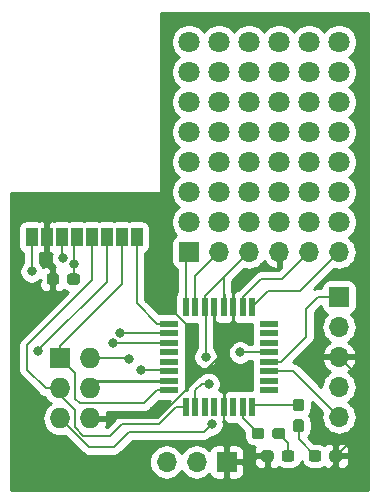
<source format=gbr>
G04 #@! TF.GenerationSoftware,KiCad,Pcbnew,5.1.2*
G04 #@! TF.CreationDate,2019-05-25T23:05:01-04:00*
G04 #@! TF.ProjectId,skateboardController,736b6174-6562-46f6-9172-64436f6e7472,rev?*
G04 #@! TF.SameCoordinates,Original*
G04 #@! TF.FileFunction,Copper,L1,Top*
G04 #@! TF.FilePolarity,Positive*
%FSLAX46Y46*%
G04 Gerber Fmt 4.6, Leading zero omitted, Abs format (unit mm)*
G04 Created by KiCad (PCBNEW 5.1.2) date 2019-05-25 23:05:01*
%MOMM*%
%LPD*%
G04 APERTURE LIST*
%ADD10C,1.800000*%
%ADD11R,1.700000X1.700000*%
%ADD12O,1.700000X1.700000*%
%ADD13R,0.550000X1.600000*%
%ADD14R,1.600000X0.550000*%
%ADD15R,1.727200X1.727200*%
%ADD16O,1.727200X1.727200*%
%ADD17R,1.016000X1.524000*%
%ADD18C,0.100000*%
%ADD19C,0.950000*%
%ADD20C,0.800000*%
%ADD21C,0.203200*%
%ADD22C,0.250000*%
%ADD23C,0.254000*%
G04 APERTURE END LIST*
D10*
X99060000Y-96520000D03*
X96520000Y-96520000D03*
X93980000Y-96520000D03*
X91440000Y-96520000D03*
X88900000Y-96520000D03*
X86360000Y-96520000D03*
X99060000Y-93980000D03*
X96520000Y-93980000D03*
X93980000Y-93980000D03*
X91440000Y-93980000D03*
X88900000Y-93980000D03*
X86360000Y-93980000D03*
X99060000Y-91440000D03*
X96520000Y-91440000D03*
X93980000Y-91440000D03*
X91440000Y-91440000D03*
X88900000Y-91440000D03*
X86360000Y-91440000D03*
X99060000Y-88900000D03*
X96520000Y-88900000D03*
X93980000Y-88900000D03*
X91440000Y-88900000D03*
X88900000Y-88900000D03*
X86360000Y-88900000D03*
X99060000Y-86360000D03*
X96520000Y-86360000D03*
X93980000Y-86360000D03*
X91440000Y-86360000D03*
X88900000Y-86360000D03*
X86360000Y-86360000D03*
X99060000Y-83820000D03*
X96520000Y-83820000D03*
X93980000Y-83820000D03*
X91440000Y-83820000D03*
X88900000Y-83820000D03*
X86360000Y-83820000D03*
X99060000Y-81280000D03*
X96520000Y-81280000D03*
X93980000Y-81280000D03*
X91440000Y-81280000D03*
X88900000Y-81280000D03*
X86360000Y-81280000D03*
D11*
X86360000Y-99060000D03*
D12*
X88900000Y-99060000D03*
X91440000Y-99060000D03*
X93980000Y-99060000D03*
X96520000Y-99060000D03*
X99060000Y-99060000D03*
D13*
X91700000Y-103700000D03*
X90900000Y-103700000D03*
X90100000Y-103700000D03*
X89300000Y-103700000D03*
X88500000Y-103700000D03*
X87700000Y-103700000D03*
X86900000Y-103700000D03*
X86100000Y-103700000D03*
D14*
X84650000Y-105150000D03*
X84650000Y-105950000D03*
X84650000Y-106750000D03*
X84650000Y-107550000D03*
X84650000Y-108350000D03*
X84650000Y-109150000D03*
X84650000Y-109950000D03*
X84650000Y-110750000D03*
D13*
X86100000Y-112200000D03*
X86900000Y-112200000D03*
X87700000Y-112200000D03*
X88500000Y-112200000D03*
X89300000Y-112200000D03*
X90100000Y-112200000D03*
X90900000Y-112200000D03*
X91700000Y-112200000D03*
D14*
X93150000Y-110750000D03*
X93150000Y-109950000D03*
X93150000Y-109150000D03*
X93150000Y-108350000D03*
X93150000Y-107550000D03*
X93150000Y-106750000D03*
X93150000Y-105950000D03*
X93150000Y-105150000D03*
D15*
X75438000Y-108077000D03*
D16*
X77978000Y-108077000D03*
X75438000Y-110617000D03*
X77978000Y-110617000D03*
X75438000Y-113157000D03*
X77978000Y-113157000D03*
D17*
X73025000Y-97790000D03*
X74295000Y-97790000D03*
X75565000Y-97790000D03*
X76835000Y-97790000D03*
X78105000Y-97790000D03*
X79375000Y-97790000D03*
X80645000Y-97790000D03*
X81915000Y-97790000D03*
D11*
X89535000Y-116840000D03*
D12*
X86995000Y-116840000D03*
X84455000Y-116840000D03*
D11*
X99060000Y-102870000D03*
D12*
X99060000Y-105410000D03*
X99060000Y-107950000D03*
X99060000Y-110490000D03*
X99060000Y-113030000D03*
D18*
G36*
X75141779Y-100872144D02*
G01*
X75164834Y-100875563D01*
X75187443Y-100881227D01*
X75209387Y-100889079D01*
X75230457Y-100899044D01*
X75250448Y-100911026D01*
X75269168Y-100924910D01*
X75286438Y-100940562D01*
X75302090Y-100957832D01*
X75315974Y-100976552D01*
X75327956Y-100996543D01*
X75337921Y-101017613D01*
X75345773Y-101039557D01*
X75351437Y-101062166D01*
X75354856Y-101085221D01*
X75356000Y-101108500D01*
X75356000Y-101583500D01*
X75354856Y-101606779D01*
X75351437Y-101629834D01*
X75345773Y-101652443D01*
X75337921Y-101674387D01*
X75327956Y-101695457D01*
X75315974Y-101715448D01*
X75302090Y-101734168D01*
X75286438Y-101751438D01*
X75269168Y-101767090D01*
X75250448Y-101780974D01*
X75230457Y-101792956D01*
X75209387Y-101802921D01*
X75187443Y-101810773D01*
X75164834Y-101816437D01*
X75141779Y-101819856D01*
X75118500Y-101821000D01*
X74543500Y-101821000D01*
X74520221Y-101819856D01*
X74497166Y-101816437D01*
X74474557Y-101810773D01*
X74452613Y-101802921D01*
X74431543Y-101792956D01*
X74411552Y-101780974D01*
X74392832Y-101767090D01*
X74375562Y-101751438D01*
X74359910Y-101734168D01*
X74346026Y-101715448D01*
X74334044Y-101695457D01*
X74324079Y-101674387D01*
X74316227Y-101652443D01*
X74310563Y-101629834D01*
X74307144Y-101606779D01*
X74306000Y-101583500D01*
X74306000Y-101108500D01*
X74307144Y-101085221D01*
X74310563Y-101062166D01*
X74316227Y-101039557D01*
X74324079Y-101017613D01*
X74334044Y-100996543D01*
X74346026Y-100976552D01*
X74359910Y-100957832D01*
X74375562Y-100940562D01*
X74392832Y-100924910D01*
X74411552Y-100911026D01*
X74431543Y-100899044D01*
X74452613Y-100889079D01*
X74474557Y-100881227D01*
X74497166Y-100875563D01*
X74520221Y-100872144D01*
X74543500Y-100871000D01*
X75118500Y-100871000D01*
X75141779Y-100872144D01*
X75141779Y-100872144D01*
G37*
D19*
X74831000Y-101346000D03*
D18*
G36*
X76891779Y-100872144D02*
G01*
X76914834Y-100875563D01*
X76937443Y-100881227D01*
X76959387Y-100889079D01*
X76980457Y-100899044D01*
X77000448Y-100911026D01*
X77019168Y-100924910D01*
X77036438Y-100940562D01*
X77052090Y-100957832D01*
X77065974Y-100976552D01*
X77077956Y-100996543D01*
X77087921Y-101017613D01*
X77095773Y-101039557D01*
X77101437Y-101062166D01*
X77104856Y-101085221D01*
X77106000Y-101108500D01*
X77106000Y-101583500D01*
X77104856Y-101606779D01*
X77101437Y-101629834D01*
X77095773Y-101652443D01*
X77087921Y-101674387D01*
X77077956Y-101695457D01*
X77065974Y-101715448D01*
X77052090Y-101734168D01*
X77036438Y-101751438D01*
X77019168Y-101767090D01*
X77000448Y-101780974D01*
X76980457Y-101792956D01*
X76959387Y-101802921D01*
X76937443Y-101810773D01*
X76914834Y-101816437D01*
X76891779Y-101819856D01*
X76868500Y-101821000D01*
X76293500Y-101821000D01*
X76270221Y-101819856D01*
X76247166Y-101816437D01*
X76224557Y-101810773D01*
X76202613Y-101802921D01*
X76181543Y-101792956D01*
X76161552Y-101780974D01*
X76142832Y-101767090D01*
X76125562Y-101751438D01*
X76109910Y-101734168D01*
X76096026Y-101715448D01*
X76084044Y-101695457D01*
X76074079Y-101674387D01*
X76066227Y-101652443D01*
X76060563Y-101629834D01*
X76057144Y-101606779D01*
X76056000Y-101583500D01*
X76056000Y-101108500D01*
X76057144Y-101085221D01*
X76060563Y-101062166D01*
X76066227Y-101039557D01*
X76074079Y-101017613D01*
X76084044Y-100996543D01*
X76096026Y-100976552D01*
X76109910Y-100957832D01*
X76125562Y-100940562D01*
X76142832Y-100924910D01*
X76161552Y-100911026D01*
X76181543Y-100899044D01*
X76202613Y-100889079D01*
X76224557Y-100881227D01*
X76247166Y-100875563D01*
X76270221Y-100872144D01*
X76293500Y-100871000D01*
X76868500Y-100871000D01*
X76891779Y-100872144D01*
X76891779Y-100872144D01*
G37*
D19*
X76581000Y-101346000D03*
D18*
G36*
X99088779Y-115858144D02*
G01*
X99111834Y-115861563D01*
X99134443Y-115867227D01*
X99156387Y-115875079D01*
X99177457Y-115885044D01*
X99197448Y-115897026D01*
X99216168Y-115910910D01*
X99233438Y-115926562D01*
X99249090Y-115943832D01*
X99262974Y-115962552D01*
X99274956Y-115982543D01*
X99284921Y-116003613D01*
X99292773Y-116025557D01*
X99298437Y-116048166D01*
X99301856Y-116071221D01*
X99303000Y-116094500D01*
X99303000Y-116569500D01*
X99301856Y-116592779D01*
X99298437Y-116615834D01*
X99292773Y-116638443D01*
X99284921Y-116660387D01*
X99274956Y-116681457D01*
X99262974Y-116701448D01*
X99249090Y-116720168D01*
X99233438Y-116737438D01*
X99216168Y-116753090D01*
X99197448Y-116766974D01*
X99177457Y-116778956D01*
X99156387Y-116788921D01*
X99134443Y-116796773D01*
X99111834Y-116802437D01*
X99088779Y-116805856D01*
X99065500Y-116807000D01*
X98490500Y-116807000D01*
X98467221Y-116805856D01*
X98444166Y-116802437D01*
X98421557Y-116796773D01*
X98399613Y-116788921D01*
X98378543Y-116778956D01*
X98358552Y-116766974D01*
X98339832Y-116753090D01*
X98322562Y-116737438D01*
X98306910Y-116720168D01*
X98293026Y-116701448D01*
X98281044Y-116681457D01*
X98271079Y-116660387D01*
X98263227Y-116638443D01*
X98257563Y-116615834D01*
X98254144Y-116592779D01*
X98253000Y-116569500D01*
X98253000Y-116094500D01*
X98254144Y-116071221D01*
X98257563Y-116048166D01*
X98263227Y-116025557D01*
X98271079Y-116003613D01*
X98281044Y-115982543D01*
X98293026Y-115962552D01*
X98306910Y-115943832D01*
X98322562Y-115926562D01*
X98339832Y-115910910D01*
X98358552Y-115897026D01*
X98378543Y-115885044D01*
X98399613Y-115875079D01*
X98421557Y-115867227D01*
X98444166Y-115861563D01*
X98467221Y-115858144D01*
X98490500Y-115857000D01*
X99065500Y-115857000D01*
X99088779Y-115858144D01*
X99088779Y-115858144D01*
G37*
D19*
X98778000Y-116332000D03*
D18*
G36*
X97338779Y-115858144D02*
G01*
X97361834Y-115861563D01*
X97384443Y-115867227D01*
X97406387Y-115875079D01*
X97427457Y-115885044D01*
X97447448Y-115897026D01*
X97466168Y-115910910D01*
X97483438Y-115926562D01*
X97499090Y-115943832D01*
X97512974Y-115962552D01*
X97524956Y-115982543D01*
X97534921Y-116003613D01*
X97542773Y-116025557D01*
X97548437Y-116048166D01*
X97551856Y-116071221D01*
X97553000Y-116094500D01*
X97553000Y-116569500D01*
X97551856Y-116592779D01*
X97548437Y-116615834D01*
X97542773Y-116638443D01*
X97534921Y-116660387D01*
X97524956Y-116681457D01*
X97512974Y-116701448D01*
X97499090Y-116720168D01*
X97483438Y-116737438D01*
X97466168Y-116753090D01*
X97447448Y-116766974D01*
X97427457Y-116778956D01*
X97406387Y-116788921D01*
X97384443Y-116796773D01*
X97361834Y-116802437D01*
X97338779Y-116805856D01*
X97315500Y-116807000D01*
X96740500Y-116807000D01*
X96717221Y-116805856D01*
X96694166Y-116802437D01*
X96671557Y-116796773D01*
X96649613Y-116788921D01*
X96628543Y-116778956D01*
X96608552Y-116766974D01*
X96589832Y-116753090D01*
X96572562Y-116737438D01*
X96556910Y-116720168D01*
X96543026Y-116701448D01*
X96531044Y-116681457D01*
X96521079Y-116660387D01*
X96513227Y-116638443D01*
X96507563Y-116615834D01*
X96504144Y-116592779D01*
X96503000Y-116569500D01*
X96503000Y-116094500D01*
X96504144Y-116071221D01*
X96507563Y-116048166D01*
X96513227Y-116025557D01*
X96521079Y-116003613D01*
X96531044Y-115982543D01*
X96543026Y-115962552D01*
X96556910Y-115943832D01*
X96572562Y-115926562D01*
X96589832Y-115910910D01*
X96608552Y-115897026D01*
X96628543Y-115885044D01*
X96649613Y-115875079D01*
X96671557Y-115867227D01*
X96694166Y-115861563D01*
X96717221Y-115858144D01*
X96740500Y-115857000D01*
X97315500Y-115857000D01*
X97338779Y-115858144D01*
X97338779Y-115858144D01*
G37*
D19*
X97028000Y-116332000D03*
D18*
G36*
X95052779Y-115858144D02*
G01*
X95075834Y-115861563D01*
X95098443Y-115867227D01*
X95120387Y-115875079D01*
X95141457Y-115885044D01*
X95161448Y-115897026D01*
X95180168Y-115910910D01*
X95197438Y-115926562D01*
X95213090Y-115943832D01*
X95226974Y-115962552D01*
X95238956Y-115982543D01*
X95248921Y-116003613D01*
X95256773Y-116025557D01*
X95262437Y-116048166D01*
X95265856Y-116071221D01*
X95267000Y-116094500D01*
X95267000Y-116569500D01*
X95265856Y-116592779D01*
X95262437Y-116615834D01*
X95256773Y-116638443D01*
X95248921Y-116660387D01*
X95238956Y-116681457D01*
X95226974Y-116701448D01*
X95213090Y-116720168D01*
X95197438Y-116737438D01*
X95180168Y-116753090D01*
X95161448Y-116766974D01*
X95141457Y-116778956D01*
X95120387Y-116788921D01*
X95098443Y-116796773D01*
X95075834Y-116802437D01*
X95052779Y-116805856D01*
X95029500Y-116807000D01*
X94454500Y-116807000D01*
X94431221Y-116805856D01*
X94408166Y-116802437D01*
X94385557Y-116796773D01*
X94363613Y-116788921D01*
X94342543Y-116778956D01*
X94322552Y-116766974D01*
X94303832Y-116753090D01*
X94286562Y-116737438D01*
X94270910Y-116720168D01*
X94257026Y-116701448D01*
X94245044Y-116681457D01*
X94235079Y-116660387D01*
X94227227Y-116638443D01*
X94221563Y-116615834D01*
X94218144Y-116592779D01*
X94217000Y-116569500D01*
X94217000Y-116094500D01*
X94218144Y-116071221D01*
X94221563Y-116048166D01*
X94227227Y-116025557D01*
X94235079Y-116003613D01*
X94245044Y-115982543D01*
X94257026Y-115962552D01*
X94270910Y-115943832D01*
X94286562Y-115926562D01*
X94303832Y-115910910D01*
X94322552Y-115897026D01*
X94342543Y-115885044D01*
X94363613Y-115875079D01*
X94385557Y-115867227D01*
X94408166Y-115861563D01*
X94431221Y-115858144D01*
X94454500Y-115857000D01*
X95029500Y-115857000D01*
X95052779Y-115858144D01*
X95052779Y-115858144D01*
G37*
D19*
X94742000Y-116332000D03*
D18*
G36*
X93302779Y-115858144D02*
G01*
X93325834Y-115861563D01*
X93348443Y-115867227D01*
X93370387Y-115875079D01*
X93391457Y-115885044D01*
X93411448Y-115897026D01*
X93430168Y-115910910D01*
X93447438Y-115926562D01*
X93463090Y-115943832D01*
X93476974Y-115962552D01*
X93488956Y-115982543D01*
X93498921Y-116003613D01*
X93506773Y-116025557D01*
X93512437Y-116048166D01*
X93515856Y-116071221D01*
X93517000Y-116094500D01*
X93517000Y-116569500D01*
X93515856Y-116592779D01*
X93512437Y-116615834D01*
X93506773Y-116638443D01*
X93498921Y-116660387D01*
X93488956Y-116681457D01*
X93476974Y-116701448D01*
X93463090Y-116720168D01*
X93447438Y-116737438D01*
X93430168Y-116753090D01*
X93411448Y-116766974D01*
X93391457Y-116778956D01*
X93370387Y-116788921D01*
X93348443Y-116796773D01*
X93325834Y-116802437D01*
X93302779Y-116805856D01*
X93279500Y-116807000D01*
X92704500Y-116807000D01*
X92681221Y-116805856D01*
X92658166Y-116802437D01*
X92635557Y-116796773D01*
X92613613Y-116788921D01*
X92592543Y-116778956D01*
X92572552Y-116766974D01*
X92553832Y-116753090D01*
X92536562Y-116737438D01*
X92520910Y-116720168D01*
X92507026Y-116701448D01*
X92495044Y-116681457D01*
X92485079Y-116660387D01*
X92477227Y-116638443D01*
X92471563Y-116615834D01*
X92468144Y-116592779D01*
X92467000Y-116569500D01*
X92467000Y-116094500D01*
X92468144Y-116071221D01*
X92471563Y-116048166D01*
X92477227Y-116025557D01*
X92485079Y-116003613D01*
X92495044Y-115982543D01*
X92507026Y-115962552D01*
X92520910Y-115943832D01*
X92536562Y-115926562D01*
X92553832Y-115910910D01*
X92572552Y-115897026D01*
X92592543Y-115885044D01*
X92613613Y-115875079D01*
X92635557Y-115867227D01*
X92658166Y-115861563D01*
X92681221Y-115858144D01*
X92704500Y-115857000D01*
X93279500Y-115857000D01*
X93302779Y-115858144D01*
X93302779Y-115858144D01*
G37*
D19*
X92992000Y-116332000D03*
D18*
G36*
X95891779Y-113240144D02*
G01*
X95914834Y-113243563D01*
X95937443Y-113249227D01*
X95959387Y-113257079D01*
X95980457Y-113267044D01*
X96000448Y-113279026D01*
X96019168Y-113292910D01*
X96036438Y-113308562D01*
X96052090Y-113325832D01*
X96065974Y-113344552D01*
X96077956Y-113364543D01*
X96087921Y-113385613D01*
X96095773Y-113407557D01*
X96101437Y-113430166D01*
X96104856Y-113453221D01*
X96106000Y-113476500D01*
X96106000Y-114051500D01*
X96104856Y-114074779D01*
X96101437Y-114097834D01*
X96095773Y-114120443D01*
X96087921Y-114142387D01*
X96077956Y-114163457D01*
X96065974Y-114183448D01*
X96052090Y-114202168D01*
X96036438Y-114219438D01*
X96019168Y-114235090D01*
X96000448Y-114248974D01*
X95980457Y-114260956D01*
X95959387Y-114270921D01*
X95937443Y-114278773D01*
X95914834Y-114284437D01*
X95891779Y-114287856D01*
X95868500Y-114289000D01*
X95393500Y-114289000D01*
X95370221Y-114287856D01*
X95347166Y-114284437D01*
X95324557Y-114278773D01*
X95302613Y-114270921D01*
X95281543Y-114260956D01*
X95261552Y-114248974D01*
X95242832Y-114235090D01*
X95225562Y-114219438D01*
X95209910Y-114202168D01*
X95196026Y-114183448D01*
X95184044Y-114163457D01*
X95174079Y-114142387D01*
X95166227Y-114120443D01*
X95160563Y-114097834D01*
X95157144Y-114074779D01*
X95156000Y-114051500D01*
X95156000Y-113476500D01*
X95157144Y-113453221D01*
X95160563Y-113430166D01*
X95166227Y-113407557D01*
X95174079Y-113385613D01*
X95184044Y-113364543D01*
X95196026Y-113344552D01*
X95209910Y-113325832D01*
X95225562Y-113308562D01*
X95242832Y-113292910D01*
X95261552Y-113279026D01*
X95281543Y-113267044D01*
X95302613Y-113257079D01*
X95324557Y-113249227D01*
X95347166Y-113243563D01*
X95370221Y-113240144D01*
X95393500Y-113239000D01*
X95868500Y-113239000D01*
X95891779Y-113240144D01*
X95891779Y-113240144D01*
G37*
D19*
X95631000Y-113764000D03*
D18*
G36*
X95891779Y-111490144D02*
G01*
X95914834Y-111493563D01*
X95937443Y-111499227D01*
X95959387Y-111507079D01*
X95980457Y-111517044D01*
X96000448Y-111529026D01*
X96019168Y-111542910D01*
X96036438Y-111558562D01*
X96052090Y-111575832D01*
X96065974Y-111594552D01*
X96077956Y-111614543D01*
X96087921Y-111635613D01*
X96095773Y-111657557D01*
X96101437Y-111680166D01*
X96104856Y-111703221D01*
X96106000Y-111726500D01*
X96106000Y-112301500D01*
X96104856Y-112324779D01*
X96101437Y-112347834D01*
X96095773Y-112370443D01*
X96087921Y-112392387D01*
X96077956Y-112413457D01*
X96065974Y-112433448D01*
X96052090Y-112452168D01*
X96036438Y-112469438D01*
X96019168Y-112485090D01*
X96000448Y-112498974D01*
X95980457Y-112510956D01*
X95959387Y-112520921D01*
X95937443Y-112528773D01*
X95914834Y-112534437D01*
X95891779Y-112537856D01*
X95868500Y-112539000D01*
X95393500Y-112539000D01*
X95370221Y-112537856D01*
X95347166Y-112534437D01*
X95324557Y-112528773D01*
X95302613Y-112520921D01*
X95281543Y-112510956D01*
X95261552Y-112498974D01*
X95242832Y-112485090D01*
X95225562Y-112469438D01*
X95209910Y-112452168D01*
X95196026Y-112433448D01*
X95184044Y-112413457D01*
X95174079Y-112392387D01*
X95166227Y-112370443D01*
X95160563Y-112347834D01*
X95157144Y-112324779D01*
X95156000Y-112301500D01*
X95156000Y-111726500D01*
X95157144Y-111703221D01*
X95160563Y-111680166D01*
X95166227Y-111657557D01*
X95174079Y-111635613D01*
X95184044Y-111614543D01*
X95196026Y-111594552D01*
X95209910Y-111575832D01*
X95225562Y-111558562D01*
X95242832Y-111542910D01*
X95261552Y-111529026D01*
X95281543Y-111517044D01*
X95302613Y-111507079D01*
X95324557Y-111499227D01*
X95347166Y-111493563D01*
X95370221Y-111490144D01*
X95393500Y-111489000D01*
X95868500Y-111489000D01*
X95891779Y-111490144D01*
X95891779Y-111490144D01*
G37*
D19*
X95631000Y-112014000D03*
D18*
G36*
X92512779Y-113953144D02*
G01*
X92535834Y-113956563D01*
X92558443Y-113962227D01*
X92580387Y-113970079D01*
X92601457Y-113980044D01*
X92621448Y-113992026D01*
X92640168Y-114005910D01*
X92657438Y-114021562D01*
X92673090Y-114038832D01*
X92686974Y-114057552D01*
X92698956Y-114077543D01*
X92708921Y-114098613D01*
X92716773Y-114120557D01*
X92722437Y-114143166D01*
X92725856Y-114166221D01*
X92727000Y-114189500D01*
X92727000Y-114664500D01*
X92725856Y-114687779D01*
X92722437Y-114710834D01*
X92716773Y-114733443D01*
X92708921Y-114755387D01*
X92698956Y-114776457D01*
X92686974Y-114796448D01*
X92673090Y-114815168D01*
X92657438Y-114832438D01*
X92640168Y-114848090D01*
X92621448Y-114861974D01*
X92601457Y-114873956D01*
X92580387Y-114883921D01*
X92558443Y-114891773D01*
X92535834Y-114897437D01*
X92512779Y-114900856D01*
X92489500Y-114902000D01*
X91914500Y-114902000D01*
X91891221Y-114900856D01*
X91868166Y-114897437D01*
X91845557Y-114891773D01*
X91823613Y-114883921D01*
X91802543Y-114873956D01*
X91782552Y-114861974D01*
X91763832Y-114848090D01*
X91746562Y-114832438D01*
X91730910Y-114815168D01*
X91717026Y-114796448D01*
X91705044Y-114776457D01*
X91695079Y-114755387D01*
X91687227Y-114733443D01*
X91681563Y-114710834D01*
X91678144Y-114687779D01*
X91677000Y-114664500D01*
X91677000Y-114189500D01*
X91678144Y-114166221D01*
X91681563Y-114143166D01*
X91687227Y-114120557D01*
X91695079Y-114098613D01*
X91705044Y-114077543D01*
X91717026Y-114057552D01*
X91730910Y-114038832D01*
X91746562Y-114021562D01*
X91763832Y-114005910D01*
X91782552Y-113992026D01*
X91802543Y-113980044D01*
X91823613Y-113970079D01*
X91845557Y-113962227D01*
X91868166Y-113956563D01*
X91891221Y-113953144D01*
X91914500Y-113952000D01*
X92489500Y-113952000D01*
X92512779Y-113953144D01*
X92512779Y-113953144D01*
G37*
D19*
X92202000Y-114427000D03*
D18*
G36*
X94262779Y-113953144D02*
G01*
X94285834Y-113956563D01*
X94308443Y-113962227D01*
X94330387Y-113970079D01*
X94351457Y-113980044D01*
X94371448Y-113992026D01*
X94390168Y-114005910D01*
X94407438Y-114021562D01*
X94423090Y-114038832D01*
X94436974Y-114057552D01*
X94448956Y-114077543D01*
X94458921Y-114098613D01*
X94466773Y-114120557D01*
X94472437Y-114143166D01*
X94475856Y-114166221D01*
X94477000Y-114189500D01*
X94477000Y-114664500D01*
X94475856Y-114687779D01*
X94472437Y-114710834D01*
X94466773Y-114733443D01*
X94458921Y-114755387D01*
X94448956Y-114776457D01*
X94436974Y-114796448D01*
X94423090Y-114815168D01*
X94407438Y-114832438D01*
X94390168Y-114848090D01*
X94371448Y-114861974D01*
X94351457Y-114873956D01*
X94330387Y-114883921D01*
X94308443Y-114891773D01*
X94285834Y-114897437D01*
X94262779Y-114900856D01*
X94239500Y-114902000D01*
X93664500Y-114902000D01*
X93641221Y-114900856D01*
X93618166Y-114897437D01*
X93595557Y-114891773D01*
X93573613Y-114883921D01*
X93552543Y-114873956D01*
X93532552Y-114861974D01*
X93513832Y-114848090D01*
X93496562Y-114832438D01*
X93480910Y-114815168D01*
X93467026Y-114796448D01*
X93455044Y-114776457D01*
X93445079Y-114755387D01*
X93437227Y-114733443D01*
X93431563Y-114710834D01*
X93428144Y-114687779D01*
X93427000Y-114664500D01*
X93427000Y-114189500D01*
X93428144Y-114166221D01*
X93431563Y-114143166D01*
X93437227Y-114120557D01*
X93445079Y-114098613D01*
X93455044Y-114077543D01*
X93467026Y-114057552D01*
X93480910Y-114038832D01*
X93496562Y-114021562D01*
X93513832Y-114005910D01*
X93532552Y-113992026D01*
X93552543Y-113980044D01*
X93573613Y-113970079D01*
X93595557Y-113962227D01*
X93618166Y-113956563D01*
X93641221Y-113953144D01*
X93664500Y-113952000D01*
X94239500Y-113952000D01*
X94262779Y-113953144D01*
X94262779Y-113953144D01*
G37*
D19*
X93952000Y-114427000D03*
D20*
X73025000Y-100711000D03*
X87757000Y-107950000D03*
X88011000Y-110236000D03*
X81287691Y-108130840D03*
X73532998Y-107442000D03*
X90678000Y-107569000D03*
X88265000Y-113665000D03*
X76581000Y-100076000D03*
X80518000Y-105918000D03*
X75692000Y-99568000D03*
X79883000Y-106807000D03*
X82296000Y-109093000D03*
D21*
X74295000Y-98755200D02*
X74295000Y-97790000D01*
X74295000Y-100235000D02*
X74295000Y-98755200D01*
X74831000Y-100771000D02*
X74295000Y-100235000D01*
X74831000Y-101346000D02*
X74831000Y-100771000D01*
X92356798Y-116342202D02*
X91302798Y-116342202D01*
X92367000Y-116332000D02*
X92356798Y-116342202D01*
X92992000Y-116332000D02*
X92367000Y-116332000D01*
X101092000Y-114018000D02*
X98778000Y-116332000D01*
X99060000Y-107950000D02*
X101092000Y-109982000D01*
X101092000Y-109982000D02*
X101092000Y-110363000D01*
X101092000Y-110236000D02*
X101092000Y-110363000D01*
X101092000Y-110363000D02*
X101092000Y-114018000D01*
X90805000Y-116840000D02*
X89535000Y-116840000D01*
X91302798Y-116342202D02*
X90805000Y-116840000D01*
X93736800Y-99060000D02*
X93980000Y-99060000D01*
X84480390Y-101879390D02*
X84480390Y-103530390D01*
X82042000Y-95631000D02*
X83693000Y-97282000D01*
X83693000Y-101092000D02*
X84480390Y-101879390D01*
X83693000Y-97282000D02*
X83693000Y-101092000D01*
X75488800Y-95631000D02*
X82042000Y-95631000D01*
X74295000Y-96824800D02*
X75488800Y-95631000D01*
X86677500Y-105727500D02*
X86677500Y-110172500D01*
D22*
X89852500Y-106997500D02*
X90100000Y-106750000D01*
D21*
X86677500Y-110172500D02*
X88011000Y-108839000D01*
X88011000Y-108839000D02*
X89852500Y-106997500D01*
X84480390Y-103530390D02*
X86677500Y-105727500D01*
X74295000Y-97790000D02*
X74295000Y-96824800D01*
D22*
X89300000Y-107550000D02*
X89852500Y-106997500D01*
X88500000Y-103700000D02*
X88500000Y-106750000D01*
X88500000Y-106750000D02*
X89300000Y-107550000D01*
X89300000Y-107715000D02*
X89300000Y-107550000D01*
X89300000Y-110128000D02*
X89300000Y-107715000D01*
X89300000Y-112200000D02*
X89300000Y-110128000D01*
D21*
X77978000Y-113157000D02*
X83693000Y-113157000D01*
X83693000Y-113157000D02*
X86677500Y-110172500D01*
X98778000Y-116907000D02*
X97702000Y-117983000D01*
X91302798Y-117983000D02*
X91302798Y-116342202D01*
X98778000Y-116332000D02*
X98778000Y-116907000D01*
X97702000Y-117983000D02*
X91302798Y-117983000D01*
X91302798Y-115414510D02*
X91302798Y-116342202D01*
X89300000Y-112200000D02*
X89300000Y-113411712D01*
X89300000Y-113411712D02*
X91302798Y-115414510D01*
D22*
X90100000Y-103700000D02*
X90100000Y-105594000D01*
X90100000Y-103700000D02*
X90100000Y-101733500D01*
X90100000Y-106750000D02*
X90100000Y-105594000D01*
D21*
X73025000Y-97790000D02*
X73025000Y-100711000D01*
X87757000Y-103757000D02*
X87700000Y-103700000D01*
X87757000Y-107950000D02*
X87757000Y-103757000D01*
X86900000Y-110781315D02*
X86900000Y-111196800D01*
X86900000Y-111196800D02*
X86900000Y-112200000D01*
X87445315Y-110236000D02*
X86900000Y-110781315D01*
X88011000Y-110236000D02*
X87445315Y-110236000D01*
X81233851Y-108077000D02*
X81287691Y-108130840D01*
X77978000Y-108077000D02*
X81233851Y-108077000D01*
X88900000Y-101600000D02*
X89300000Y-101200000D01*
X90590001Y-99909999D02*
X91440000Y-99060000D01*
X89300000Y-101200000D02*
X90590001Y-99909999D01*
X87700000Y-102800000D02*
X88900000Y-101600000D01*
X87700000Y-103700000D02*
X87700000Y-102800000D01*
D22*
X89300000Y-102851000D02*
X89300000Y-103700000D01*
D21*
X89300000Y-102851000D02*
X89300000Y-102508000D01*
D22*
X89300000Y-102650000D02*
X89300000Y-102851000D01*
D21*
X89300000Y-103700000D02*
X89300000Y-101200000D01*
X83646800Y-110750000D02*
X84650000Y-110750000D01*
X82509800Y-111887000D02*
X83646800Y-110750000D01*
X77089000Y-111887000D02*
X82509800Y-111887000D01*
X75438000Y-108077000D02*
X76708000Y-109347000D01*
X76708000Y-111506000D02*
X77089000Y-111887000D01*
X76708000Y-109347000D02*
X76708000Y-111506000D01*
X80645000Y-98755200D02*
X80645000Y-97790000D01*
X80645000Y-101803200D02*
X80645000Y-98755200D01*
X75438000Y-107010200D02*
X80645000Y-101803200D01*
X75438000Y-108077000D02*
X75438000Y-107010200D01*
X78105000Y-101473000D02*
X78105000Y-97790000D01*
X72644000Y-109044314D02*
X72644000Y-106934000D01*
X72644000Y-106934000D02*
X78105000Y-101473000D01*
X75438000Y-110617000D02*
X74216686Y-110617000D01*
X74216686Y-110617000D02*
X72644000Y-109044314D01*
X75438000Y-110617000D02*
X75438000Y-111198152D01*
X75438000Y-111198152D02*
X76708000Y-112468152D01*
X76708000Y-112468152D02*
X76708000Y-113919000D01*
X76708000Y-113919000D02*
X77396626Y-114607626D01*
X79702374Y-114607626D02*
X80645000Y-113665000D01*
X77396626Y-114607626D02*
X79702374Y-114607626D01*
X80645000Y-113665000D02*
X83820000Y-113665000D01*
X85285000Y-112200000D02*
X86100000Y-112200000D01*
X83820000Y-113665000D02*
X85285000Y-112200000D01*
D22*
X78645000Y-109950000D02*
X77978000Y-110617000D01*
X84650000Y-109950000D02*
X78645000Y-109950000D01*
D21*
X73932997Y-107042001D02*
X73532998Y-107442000D01*
X79375000Y-101599998D02*
X73932997Y-107042001D01*
X79375000Y-97790000D02*
X79375000Y-101599998D01*
X93131000Y-107569000D02*
X93150000Y-107550000D01*
X90678000Y-107569000D02*
X93131000Y-107569000D01*
X75438000Y-113157000D02*
X77870010Y-115589010D01*
X77870010Y-115589010D02*
X79990990Y-115589010D01*
X87865001Y-114064999D02*
X88265000Y-113665000D01*
X87630000Y-114300000D02*
X87865001Y-114064999D01*
X81280000Y-114300000D02*
X87630000Y-114300000D01*
X79990990Y-115589010D02*
X81280000Y-114300000D01*
X76581000Y-98044000D02*
X76835000Y-97790000D01*
X76581000Y-101346000D02*
X76581000Y-100076000D01*
X76581000Y-100076000D02*
X76581000Y-98044000D01*
X84650000Y-105950000D02*
X80550000Y-105950000D01*
X80550000Y-105950000D02*
X80518000Y-105918000D01*
X75565000Y-97790000D02*
X75565000Y-99441000D01*
X75565000Y-99441000D02*
X75692000Y-99568000D01*
X79940000Y-106750000D02*
X79883000Y-106807000D01*
X84650000Y-106750000D02*
X79940000Y-106750000D01*
X81915000Y-98755200D02*
X81915000Y-97790000D01*
X81915000Y-103418200D02*
X81915000Y-98755200D01*
X83646800Y-105150000D02*
X81915000Y-103418200D01*
X84650000Y-105150000D02*
X83646800Y-105150000D01*
X96266000Y-106237200D02*
X94153200Y-108350000D01*
X94153200Y-108350000D02*
X93150000Y-108350000D01*
X96266000Y-103848800D02*
X96266000Y-106237200D01*
X97244800Y-102870000D02*
X96266000Y-103848800D01*
X99060000Y-102870000D02*
X97244800Y-102870000D01*
X93150000Y-109150000D02*
X94926000Y-109150000D01*
X95180000Y-109150000D02*
X94926000Y-109150000D01*
X99060000Y-113030000D02*
X95180000Y-109150000D01*
X84593000Y-109093000D02*
X84650000Y-109150000D01*
X82296000Y-109093000D02*
X84593000Y-109093000D01*
X95631000Y-114935000D02*
X97028000Y-116332000D01*
X95631000Y-113764000D02*
X95631000Y-114935000D01*
X94742000Y-115217000D02*
X94742000Y-116332000D01*
X93952000Y-114427000D02*
X94742000Y-115217000D01*
X91886000Y-112014000D02*
X91700000Y-112200000D01*
X95631000Y-112014000D02*
X91886000Y-112014000D01*
X90900000Y-113125000D02*
X90900000Y-112200000D01*
X92202000Y-114427000D02*
X90900000Y-113125000D01*
X86100000Y-99320000D02*
X86360000Y-99060000D01*
X86100000Y-103700000D02*
X86100000Y-99320000D01*
X86900000Y-101060000D02*
X88900000Y-99060000D01*
X86900000Y-103700000D02*
X86900000Y-101060000D01*
X95670001Y-99909999D02*
X96520000Y-99060000D01*
X94234000Y-101346000D02*
X95670001Y-99909999D01*
X92456000Y-101346000D02*
X94234000Y-101346000D01*
X90900000Y-103700000D02*
X90900000Y-102902000D01*
X90900000Y-102902000D02*
X92456000Y-101346000D01*
X93038000Y-102362000D02*
X91700000Y-103700000D01*
X99060000Y-99060000D02*
X95758000Y-102362000D01*
X95758000Y-102362000D02*
X93038000Y-102362000D01*
D23*
G36*
X101473000Y-119253000D02*
G01*
X71247000Y-119253000D01*
X71247000Y-116840000D01*
X82962815Y-116840000D01*
X82991487Y-117131111D01*
X83076401Y-117411034D01*
X83214294Y-117669014D01*
X83399866Y-117895134D01*
X83625986Y-118080706D01*
X83883966Y-118218599D01*
X84163889Y-118303513D01*
X84382050Y-118325000D01*
X84527950Y-118325000D01*
X84746111Y-118303513D01*
X85026034Y-118218599D01*
X85284014Y-118080706D01*
X85510134Y-117895134D01*
X85695706Y-117669014D01*
X85725000Y-117614209D01*
X85754294Y-117669014D01*
X85939866Y-117895134D01*
X86165986Y-118080706D01*
X86423966Y-118218599D01*
X86703889Y-118303513D01*
X86922050Y-118325000D01*
X87067950Y-118325000D01*
X87286111Y-118303513D01*
X87566034Y-118218599D01*
X87824014Y-118080706D01*
X88050134Y-117895134D01*
X88074607Y-117865313D01*
X88095498Y-117934180D01*
X88154463Y-118044494D01*
X88233815Y-118141185D01*
X88330506Y-118220537D01*
X88440820Y-118279502D01*
X88560518Y-118315812D01*
X88685000Y-118328072D01*
X89249250Y-118325000D01*
X89408000Y-118166250D01*
X89408000Y-116967000D01*
X89662000Y-116967000D01*
X89662000Y-118166250D01*
X89820750Y-118325000D01*
X90385000Y-118328072D01*
X90509482Y-118315812D01*
X90629180Y-118279502D01*
X90739494Y-118220537D01*
X90836185Y-118141185D01*
X90915537Y-118044494D01*
X90974502Y-117934180D01*
X91010812Y-117814482D01*
X91023072Y-117690000D01*
X91020000Y-117125750D01*
X90861250Y-116967000D01*
X89662000Y-116967000D01*
X89408000Y-116967000D01*
X89388000Y-116967000D01*
X89388000Y-116807000D01*
X91828928Y-116807000D01*
X91841188Y-116931482D01*
X91877498Y-117051180D01*
X91936463Y-117161494D01*
X92015815Y-117258185D01*
X92112506Y-117337537D01*
X92222820Y-117396502D01*
X92342518Y-117432812D01*
X92467000Y-117445072D01*
X92706250Y-117442000D01*
X92865000Y-117283250D01*
X92865000Y-116459000D01*
X91990750Y-116459000D01*
X91832000Y-116617750D01*
X91828928Y-116807000D01*
X89388000Y-116807000D01*
X89388000Y-116713000D01*
X89408000Y-116713000D01*
X89408000Y-115513750D01*
X89662000Y-115513750D01*
X89662000Y-116713000D01*
X90861250Y-116713000D01*
X91020000Y-116554250D01*
X91023072Y-115990000D01*
X91010812Y-115865518D01*
X90974502Y-115745820D01*
X90915537Y-115635506D01*
X90836185Y-115538815D01*
X90739494Y-115459463D01*
X90629180Y-115400498D01*
X90509482Y-115364188D01*
X90385000Y-115351928D01*
X89820750Y-115355000D01*
X89662000Y-115513750D01*
X89408000Y-115513750D01*
X89249250Y-115355000D01*
X88685000Y-115351928D01*
X88560518Y-115364188D01*
X88440820Y-115400498D01*
X88330506Y-115459463D01*
X88233815Y-115538815D01*
X88154463Y-115635506D01*
X88095498Y-115745820D01*
X88074607Y-115814687D01*
X88050134Y-115784866D01*
X87824014Y-115599294D01*
X87566034Y-115461401D01*
X87286111Y-115376487D01*
X87067950Y-115355000D01*
X86922050Y-115355000D01*
X86703889Y-115376487D01*
X86423966Y-115461401D01*
X86165986Y-115599294D01*
X85939866Y-115784866D01*
X85754294Y-116010986D01*
X85725000Y-116065791D01*
X85695706Y-116010986D01*
X85510134Y-115784866D01*
X85284014Y-115599294D01*
X85026034Y-115461401D01*
X84746111Y-115376487D01*
X84527950Y-115355000D01*
X84382050Y-115355000D01*
X84163889Y-115376487D01*
X83883966Y-115461401D01*
X83625986Y-115599294D01*
X83399866Y-115784866D01*
X83214294Y-116010986D01*
X83076401Y-116268966D01*
X82991487Y-116548889D01*
X82962815Y-116840000D01*
X71247000Y-116840000D01*
X71247000Y-106934000D01*
X71903836Y-106934000D01*
X71907401Y-106970193D01*
X71907400Y-109008130D01*
X71903836Y-109044314D01*
X71907400Y-109080497D01*
X71907400Y-109080499D01*
X71918058Y-109188712D01*
X71960178Y-109327562D01*
X72016035Y-109432063D01*
X72028576Y-109455526D01*
X72068532Y-109504212D01*
X72120625Y-109567688D01*
X72148732Y-109590755D01*
X73670245Y-111112269D01*
X73693311Y-111140375D01*
X73805473Y-111232424D01*
X73933437Y-111300822D01*
X73993408Y-111319014D01*
X74072287Y-111342942D01*
X74129808Y-111348607D01*
X74185931Y-111453606D01*
X74373203Y-111681797D01*
X74601394Y-111869069D01*
X74634940Y-111887000D01*
X74601394Y-111904931D01*
X74373203Y-112092203D01*
X74185931Y-112320394D01*
X74046775Y-112580736D01*
X73961084Y-112863223D01*
X73932149Y-113157000D01*
X73961084Y-113450777D01*
X74046775Y-113733264D01*
X74185931Y-113993606D01*
X74373203Y-114221797D01*
X74601394Y-114409069D01*
X74861736Y-114548225D01*
X75144223Y-114633916D01*
X75364381Y-114655600D01*
X75511619Y-114655600D01*
X75731777Y-114633916D01*
X75840290Y-114600999D01*
X77323569Y-116084279D01*
X77346635Y-116112385D01*
X77458797Y-116204434D01*
X77586761Y-116272832D01*
X77725608Y-116314951D01*
X77725611Y-116314952D01*
X77870010Y-116329174D01*
X77906196Y-116325610D01*
X79954807Y-116325610D01*
X79990990Y-116329174D01*
X80027173Y-116325610D01*
X80027176Y-116325610D01*
X80135389Y-116314952D01*
X80274239Y-116272832D01*
X80402203Y-116204434D01*
X80514365Y-116112385D01*
X80537436Y-116084273D01*
X81585109Y-115036600D01*
X87593817Y-115036600D01*
X87630000Y-115040164D01*
X87666183Y-115036600D01*
X87666186Y-115036600D01*
X87774399Y-115025942D01*
X87913249Y-114983822D01*
X88041213Y-114915424D01*
X88153375Y-114823375D01*
X88176446Y-114795263D01*
X88271709Y-114700000D01*
X88366939Y-114700000D01*
X88566898Y-114660226D01*
X88755256Y-114582205D01*
X88924774Y-114468937D01*
X89068937Y-114324774D01*
X89182205Y-114155256D01*
X89260226Y-113966898D01*
X89300000Y-113766939D01*
X89300000Y-113563061D01*
X89267688Y-113400614D01*
X89300000Y-113361241D01*
X89373815Y-113451185D01*
X89470506Y-113530537D01*
X89493667Y-113542917D01*
X89585750Y-113635000D01*
X89699380Y-113625467D01*
X89700518Y-113625812D01*
X89825000Y-113638072D01*
X90368170Y-113638072D01*
X90376625Y-113648374D01*
X90404732Y-113671441D01*
X91038928Y-114305638D01*
X91038928Y-114664500D01*
X91055752Y-114835316D01*
X91105577Y-114999567D01*
X91186488Y-115150942D01*
X91295377Y-115283623D01*
X91428058Y-115392512D01*
X91579433Y-115473423D01*
X91743684Y-115523248D01*
X91914500Y-115540072D01*
X91916383Y-115540072D01*
X91877498Y-115612820D01*
X91841188Y-115732518D01*
X91828928Y-115857000D01*
X91832000Y-116046250D01*
X91990750Y-116205000D01*
X92865000Y-116205000D01*
X92865000Y-116185000D01*
X93119000Y-116185000D01*
X93119000Y-116205000D01*
X93139000Y-116205000D01*
X93139000Y-116459000D01*
X93119000Y-116459000D01*
X93119000Y-117283250D01*
X93277750Y-117442000D01*
X93517000Y-117445072D01*
X93641482Y-117432812D01*
X93761180Y-117396502D01*
X93871494Y-117337537D01*
X93944161Y-117277901D01*
X93968058Y-117297512D01*
X94119433Y-117378423D01*
X94283684Y-117428248D01*
X94454500Y-117445072D01*
X95029500Y-117445072D01*
X95200316Y-117428248D01*
X95364567Y-117378423D01*
X95515942Y-117297512D01*
X95648623Y-117188623D01*
X95757512Y-117055942D01*
X95838423Y-116904567D01*
X95885000Y-116751023D01*
X95931577Y-116904567D01*
X96012488Y-117055942D01*
X96121377Y-117188623D01*
X96254058Y-117297512D01*
X96405433Y-117378423D01*
X96569684Y-117428248D01*
X96740500Y-117445072D01*
X97315500Y-117445072D01*
X97486316Y-117428248D01*
X97650567Y-117378423D01*
X97801942Y-117297512D01*
X97825839Y-117277901D01*
X97898506Y-117337537D01*
X98008820Y-117396502D01*
X98128518Y-117432812D01*
X98253000Y-117445072D01*
X98492250Y-117442000D01*
X98651000Y-117283250D01*
X98651000Y-116459000D01*
X98905000Y-116459000D01*
X98905000Y-117283250D01*
X99063750Y-117442000D01*
X99303000Y-117445072D01*
X99427482Y-117432812D01*
X99547180Y-117396502D01*
X99657494Y-117337537D01*
X99754185Y-117258185D01*
X99833537Y-117161494D01*
X99892502Y-117051180D01*
X99928812Y-116931482D01*
X99941072Y-116807000D01*
X99938000Y-116617750D01*
X99779250Y-116459000D01*
X98905000Y-116459000D01*
X98651000Y-116459000D01*
X98631000Y-116459000D01*
X98631000Y-116205000D01*
X98651000Y-116205000D01*
X98651000Y-115380750D01*
X98905000Y-115380750D01*
X98905000Y-116205000D01*
X99779250Y-116205000D01*
X99938000Y-116046250D01*
X99941072Y-115857000D01*
X99928812Y-115732518D01*
X99892502Y-115612820D01*
X99833537Y-115502506D01*
X99754185Y-115405815D01*
X99657494Y-115326463D01*
X99547180Y-115267498D01*
X99427482Y-115231188D01*
X99303000Y-115218928D01*
X99063750Y-115222000D01*
X98905000Y-115380750D01*
X98651000Y-115380750D01*
X98492250Y-115222000D01*
X98253000Y-115218928D01*
X98128518Y-115231188D01*
X98008820Y-115267498D01*
X97898506Y-115326463D01*
X97825839Y-115386099D01*
X97801942Y-115366488D01*
X97650567Y-115285577D01*
X97486316Y-115235752D01*
X97315500Y-115218928D01*
X96956637Y-115218928D01*
X96444073Y-114706364D01*
X96487623Y-114670623D01*
X96596512Y-114537942D01*
X96677423Y-114386567D01*
X96727248Y-114222316D01*
X96744072Y-114051500D01*
X96744072Y-113476500D01*
X96727248Y-113305684D01*
X96677423Y-113141433D01*
X96596512Y-112990058D01*
X96513575Y-112889000D01*
X96596512Y-112787942D01*
X96677423Y-112636567D01*
X96727248Y-112472316D01*
X96744072Y-112301500D01*
X96744072Y-111755782D01*
X97626905Y-112638615D01*
X97596487Y-112738889D01*
X97567815Y-113030000D01*
X97596487Y-113321111D01*
X97681401Y-113601034D01*
X97819294Y-113859014D01*
X98004866Y-114085134D01*
X98230986Y-114270706D01*
X98488966Y-114408599D01*
X98768889Y-114493513D01*
X98987050Y-114515000D01*
X99132950Y-114515000D01*
X99351111Y-114493513D01*
X99631034Y-114408599D01*
X99889014Y-114270706D01*
X100115134Y-114085134D01*
X100300706Y-113859014D01*
X100438599Y-113601034D01*
X100523513Y-113321111D01*
X100552185Y-113030000D01*
X100523513Y-112738889D01*
X100438599Y-112458966D01*
X100300706Y-112200986D01*
X100115134Y-111974866D01*
X99889014Y-111789294D01*
X99834209Y-111760000D01*
X99889014Y-111730706D01*
X100115134Y-111545134D01*
X100300706Y-111319014D01*
X100438599Y-111061034D01*
X100523513Y-110781111D01*
X100552185Y-110490000D01*
X100523513Y-110198889D01*
X100438599Y-109918966D01*
X100300706Y-109660986D01*
X100115134Y-109434866D01*
X99889014Y-109249294D01*
X99824477Y-109214799D01*
X99941355Y-109145178D01*
X100157588Y-108950269D01*
X100331641Y-108716920D01*
X100456825Y-108454099D01*
X100501476Y-108306890D01*
X100380155Y-108077000D01*
X99187000Y-108077000D01*
X99187000Y-108097000D01*
X98933000Y-108097000D01*
X98933000Y-108077000D01*
X97739845Y-108077000D01*
X97618524Y-108306890D01*
X97663175Y-108454099D01*
X97788359Y-108716920D01*
X97962412Y-108950269D01*
X98178645Y-109145178D01*
X98295523Y-109214799D01*
X98230986Y-109249294D01*
X98004866Y-109434866D01*
X97819294Y-109660986D01*
X97681401Y-109918966D01*
X97596487Y-110198889D01*
X97567815Y-110490000D01*
X97568482Y-110496773D01*
X95726446Y-108654737D01*
X95703375Y-108626625D01*
X95591213Y-108534576D01*
X95463249Y-108466178D01*
X95324399Y-108424058D01*
X95216186Y-108413400D01*
X95216183Y-108413400D01*
X95180000Y-108409836D01*
X95143817Y-108413400D01*
X95131509Y-108413400D01*
X96761263Y-106783646D01*
X96789375Y-106760575D01*
X96881424Y-106648413D01*
X96949822Y-106520449D01*
X96991942Y-106381599D01*
X97002600Y-106273386D01*
X97002600Y-106273377D01*
X97006163Y-106237201D01*
X97002600Y-106201025D01*
X97002600Y-104153909D01*
X97549910Y-103606600D01*
X97571928Y-103606600D01*
X97571928Y-103720000D01*
X97584188Y-103844482D01*
X97620498Y-103964180D01*
X97679463Y-104074494D01*
X97758815Y-104171185D01*
X97855506Y-104250537D01*
X97965820Y-104309502D01*
X98034687Y-104330393D01*
X98004866Y-104354866D01*
X97819294Y-104580986D01*
X97681401Y-104838966D01*
X97596487Y-105118889D01*
X97567815Y-105410000D01*
X97596487Y-105701111D01*
X97681401Y-105981034D01*
X97819294Y-106239014D01*
X98004866Y-106465134D01*
X98230986Y-106650706D01*
X98295523Y-106685201D01*
X98178645Y-106754822D01*
X97962412Y-106949731D01*
X97788359Y-107183080D01*
X97663175Y-107445901D01*
X97618524Y-107593110D01*
X97739845Y-107823000D01*
X98933000Y-107823000D01*
X98933000Y-107803000D01*
X99187000Y-107803000D01*
X99187000Y-107823000D01*
X100380155Y-107823000D01*
X100501476Y-107593110D01*
X100456825Y-107445901D01*
X100331641Y-107183080D01*
X100157588Y-106949731D01*
X99941355Y-106754822D01*
X99824477Y-106685201D01*
X99889014Y-106650706D01*
X100115134Y-106465134D01*
X100300706Y-106239014D01*
X100438599Y-105981034D01*
X100523513Y-105701111D01*
X100552185Y-105410000D01*
X100523513Y-105118889D01*
X100438599Y-104838966D01*
X100300706Y-104580986D01*
X100115134Y-104354866D01*
X100085313Y-104330393D01*
X100154180Y-104309502D01*
X100264494Y-104250537D01*
X100361185Y-104171185D01*
X100440537Y-104074494D01*
X100499502Y-103964180D01*
X100535812Y-103844482D01*
X100548072Y-103720000D01*
X100548072Y-102020000D01*
X100535812Y-101895518D01*
X100499502Y-101775820D01*
X100440537Y-101665506D01*
X100361185Y-101568815D01*
X100264494Y-101489463D01*
X100154180Y-101430498D01*
X100034482Y-101394188D01*
X99910000Y-101381928D01*
X98210000Y-101381928D01*
X98085518Y-101394188D01*
X97965820Y-101430498D01*
X97855506Y-101489463D01*
X97758815Y-101568815D01*
X97679463Y-101665506D01*
X97620498Y-101775820D01*
X97584188Y-101895518D01*
X97571928Y-102020000D01*
X97571928Y-102133400D01*
X97280975Y-102133400D01*
X97244799Y-102129837D01*
X97208623Y-102133400D01*
X97208614Y-102133400D01*
X97100401Y-102144058D01*
X96981619Y-102180090D01*
X98668615Y-100493095D01*
X98768889Y-100523513D01*
X98987050Y-100545000D01*
X99132950Y-100545000D01*
X99351111Y-100523513D01*
X99631034Y-100438599D01*
X99889014Y-100300706D01*
X100115134Y-100115134D01*
X100300706Y-99889014D01*
X100438599Y-99631034D01*
X100523513Y-99351111D01*
X100552185Y-99060000D01*
X100523513Y-98768889D01*
X100438599Y-98488966D01*
X100300706Y-98230986D01*
X100115134Y-98004866D01*
X99889014Y-97819294D01*
X99883115Y-97816141D01*
X100038505Y-97712312D01*
X100252312Y-97498505D01*
X100420299Y-97247095D01*
X100536011Y-96967743D01*
X100595000Y-96671184D01*
X100595000Y-96368816D01*
X100536011Y-96072257D01*
X100420299Y-95792905D01*
X100252312Y-95541495D01*
X100038505Y-95327688D01*
X99922237Y-95250000D01*
X100038505Y-95172312D01*
X100252312Y-94958505D01*
X100420299Y-94707095D01*
X100536011Y-94427743D01*
X100595000Y-94131184D01*
X100595000Y-93828816D01*
X100536011Y-93532257D01*
X100420299Y-93252905D01*
X100252312Y-93001495D01*
X100038505Y-92787688D01*
X99922237Y-92710000D01*
X100038505Y-92632312D01*
X100252312Y-92418505D01*
X100420299Y-92167095D01*
X100536011Y-91887743D01*
X100595000Y-91591184D01*
X100595000Y-91288816D01*
X100536011Y-90992257D01*
X100420299Y-90712905D01*
X100252312Y-90461495D01*
X100038505Y-90247688D01*
X99922237Y-90170000D01*
X100038505Y-90092312D01*
X100252312Y-89878505D01*
X100420299Y-89627095D01*
X100536011Y-89347743D01*
X100595000Y-89051184D01*
X100595000Y-88748816D01*
X100536011Y-88452257D01*
X100420299Y-88172905D01*
X100252312Y-87921495D01*
X100038505Y-87707688D01*
X99922237Y-87630000D01*
X100038505Y-87552312D01*
X100252312Y-87338505D01*
X100420299Y-87087095D01*
X100536011Y-86807743D01*
X100595000Y-86511184D01*
X100595000Y-86208816D01*
X100536011Y-85912257D01*
X100420299Y-85632905D01*
X100252312Y-85381495D01*
X100038505Y-85167688D01*
X99922237Y-85090000D01*
X100038505Y-85012312D01*
X100252312Y-84798505D01*
X100420299Y-84547095D01*
X100536011Y-84267743D01*
X100595000Y-83971184D01*
X100595000Y-83668816D01*
X100536011Y-83372257D01*
X100420299Y-83092905D01*
X100252312Y-82841495D01*
X100038505Y-82627688D01*
X99922237Y-82550000D01*
X100038505Y-82472312D01*
X100252312Y-82258505D01*
X100420299Y-82007095D01*
X100536011Y-81727743D01*
X100595000Y-81431184D01*
X100595000Y-81128816D01*
X100536011Y-80832257D01*
X100420299Y-80552905D01*
X100252312Y-80301495D01*
X100038505Y-80087688D01*
X99787095Y-79919701D01*
X99507743Y-79803989D01*
X99211184Y-79745000D01*
X98908816Y-79745000D01*
X98612257Y-79803989D01*
X98332905Y-79919701D01*
X98081495Y-80087688D01*
X97867688Y-80301495D01*
X97790000Y-80417763D01*
X97712312Y-80301495D01*
X97498505Y-80087688D01*
X97247095Y-79919701D01*
X96967743Y-79803989D01*
X96671184Y-79745000D01*
X96368816Y-79745000D01*
X96072257Y-79803989D01*
X95792905Y-79919701D01*
X95541495Y-80087688D01*
X95327688Y-80301495D01*
X95250000Y-80417763D01*
X95172312Y-80301495D01*
X94958505Y-80087688D01*
X94707095Y-79919701D01*
X94427743Y-79803989D01*
X94131184Y-79745000D01*
X93828816Y-79745000D01*
X93532257Y-79803989D01*
X93252905Y-79919701D01*
X93001495Y-80087688D01*
X92787688Y-80301495D01*
X92710000Y-80417763D01*
X92632312Y-80301495D01*
X92418505Y-80087688D01*
X92167095Y-79919701D01*
X91887743Y-79803989D01*
X91591184Y-79745000D01*
X91288816Y-79745000D01*
X90992257Y-79803989D01*
X90712905Y-79919701D01*
X90461495Y-80087688D01*
X90247688Y-80301495D01*
X90170000Y-80417763D01*
X90092312Y-80301495D01*
X89878505Y-80087688D01*
X89627095Y-79919701D01*
X89347743Y-79803989D01*
X89051184Y-79745000D01*
X88748816Y-79745000D01*
X88452257Y-79803989D01*
X88172905Y-79919701D01*
X87921495Y-80087688D01*
X87707688Y-80301495D01*
X87630000Y-80417763D01*
X87552312Y-80301495D01*
X87338505Y-80087688D01*
X87087095Y-79919701D01*
X86807743Y-79803989D01*
X86511184Y-79745000D01*
X86208816Y-79745000D01*
X85912257Y-79803989D01*
X85632905Y-79919701D01*
X85381495Y-80087688D01*
X85167688Y-80301495D01*
X84999701Y-80552905D01*
X84883989Y-80832257D01*
X84825000Y-81128816D01*
X84825000Y-81431184D01*
X84883989Y-81727743D01*
X84999701Y-82007095D01*
X85167688Y-82258505D01*
X85381495Y-82472312D01*
X85497763Y-82550000D01*
X85381495Y-82627688D01*
X85167688Y-82841495D01*
X84999701Y-83092905D01*
X84883989Y-83372257D01*
X84825000Y-83668816D01*
X84825000Y-83971184D01*
X84883989Y-84267743D01*
X84999701Y-84547095D01*
X85167688Y-84798505D01*
X85381495Y-85012312D01*
X85497763Y-85090000D01*
X85381495Y-85167688D01*
X85167688Y-85381495D01*
X84999701Y-85632905D01*
X84883989Y-85912257D01*
X84825000Y-86208816D01*
X84825000Y-86511184D01*
X84883989Y-86807743D01*
X84999701Y-87087095D01*
X85167688Y-87338505D01*
X85381495Y-87552312D01*
X85497763Y-87630000D01*
X85381495Y-87707688D01*
X85167688Y-87921495D01*
X84999701Y-88172905D01*
X84883989Y-88452257D01*
X84825000Y-88748816D01*
X84825000Y-89051184D01*
X84883989Y-89347743D01*
X84999701Y-89627095D01*
X85167688Y-89878505D01*
X85381495Y-90092312D01*
X85497763Y-90170000D01*
X85381495Y-90247688D01*
X85167688Y-90461495D01*
X84999701Y-90712905D01*
X84883989Y-90992257D01*
X84825000Y-91288816D01*
X84825000Y-91591184D01*
X84883989Y-91887743D01*
X84999701Y-92167095D01*
X85167688Y-92418505D01*
X85381495Y-92632312D01*
X85497763Y-92710000D01*
X85381495Y-92787688D01*
X85167688Y-93001495D01*
X84999701Y-93252905D01*
X84883989Y-93532257D01*
X84825000Y-93828816D01*
X84825000Y-94131184D01*
X84883989Y-94427743D01*
X84999701Y-94707095D01*
X85167688Y-94958505D01*
X85381495Y-95172312D01*
X85497763Y-95250000D01*
X85381495Y-95327688D01*
X85167688Y-95541495D01*
X84999701Y-95792905D01*
X84883989Y-96072257D01*
X84825000Y-96368816D01*
X84825000Y-96671184D01*
X84883989Y-96967743D01*
X84999701Y-97247095D01*
X85167688Y-97498505D01*
X85284127Y-97614944D01*
X85265820Y-97620498D01*
X85155506Y-97679463D01*
X85058815Y-97758815D01*
X84979463Y-97855506D01*
X84920498Y-97965820D01*
X84884188Y-98085518D01*
X84871928Y-98210000D01*
X84871928Y-99910000D01*
X84884188Y-100034482D01*
X84920498Y-100154180D01*
X84979463Y-100264494D01*
X85058815Y-100361185D01*
X85155506Y-100440537D01*
X85265820Y-100499502D01*
X85363401Y-100529103D01*
X85363400Y-102461505D01*
X85294463Y-102545506D01*
X85235498Y-102655820D01*
X85199188Y-102775518D01*
X85186928Y-102900000D01*
X85186928Y-104236928D01*
X83850000Y-104236928D01*
X83782123Y-104243613D01*
X82651600Y-103113091D01*
X82651600Y-99146228D01*
X82667180Y-99141502D01*
X82777494Y-99082537D01*
X82874185Y-99003185D01*
X82953537Y-98906494D01*
X83012502Y-98796180D01*
X83048812Y-98676482D01*
X83061072Y-98552000D01*
X83061072Y-97028000D01*
X83048812Y-96903518D01*
X83012502Y-96783820D01*
X82953537Y-96673506D01*
X82874185Y-96576815D01*
X82777494Y-96497463D01*
X82667180Y-96438498D01*
X82547482Y-96402188D01*
X82423000Y-96389928D01*
X81407000Y-96389928D01*
X81282518Y-96402188D01*
X81280000Y-96402952D01*
X81277482Y-96402188D01*
X81153000Y-96389928D01*
X80137000Y-96389928D01*
X80012518Y-96402188D01*
X80010000Y-96402952D01*
X80007482Y-96402188D01*
X79883000Y-96389928D01*
X78867000Y-96389928D01*
X78742518Y-96402188D01*
X78740000Y-96402952D01*
X78737482Y-96402188D01*
X78613000Y-96389928D01*
X77597000Y-96389928D01*
X77472518Y-96402188D01*
X77470000Y-96402952D01*
X77467482Y-96402188D01*
X77343000Y-96389928D01*
X76327000Y-96389928D01*
X76202518Y-96402188D01*
X76200000Y-96402952D01*
X76197482Y-96402188D01*
X76073000Y-96389928D01*
X75057000Y-96389928D01*
X74932518Y-96402188D01*
X74930000Y-96402952D01*
X74927482Y-96402188D01*
X74803000Y-96389928D01*
X74580750Y-96393000D01*
X74422000Y-96551750D01*
X74422000Y-96996808D01*
X74418928Y-97028000D01*
X74418928Y-98552000D01*
X74422000Y-98583192D01*
X74422000Y-99028250D01*
X74580750Y-99187000D01*
X74728692Y-99189045D01*
X74696774Y-99266102D01*
X74657000Y-99466061D01*
X74657000Y-99669939D01*
X74696774Y-99869898D01*
X74774795Y-100058256D01*
X74888063Y-100227774D01*
X75006520Y-100346231D01*
X74958000Y-100394750D01*
X74958000Y-101219000D01*
X74978000Y-101219000D01*
X74978000Y-101473000D01*
X74958000Y-101473000D01*
X74958000Y-102297250D01*
X75116750Y-102456000D01*
X75356000Y-102459072D01*
X75480482Y-102446812D01*
X75600180Y-102410502D01*
X75710494Y-102351537D01*
X75783161Y-102291901D01*
X75807058Y-102311512D01*
X75958433Y-102392423D01*
X76100708Y-102435582D01*
X72148732Y-106387559D01*
X72120626Y-106410625D01*
X72097560Y-106438731D01*
X72097558Y-106438733D01*
X72028576Y-106522788D01*
X71984183Y-106605843D01*
X71961015Y-106649188D01*
X71960178Y-106650753D01*
X71949304Y-106686600D01*
X71927417Y-106758754D01*
X71918059Y-106789602D01*
X71903836Y-106934000D01*
X71247000Y-106934000D01*
X71247000Y-97028000D01*
X71878928Y-97028000D01*
X71878928Y-98552000D01*
X71891188Y-98676482D01*
X71927498Y-98796180D01*
X71986463Y-98906494D01*
X72065815Y-99003185D01*
X72162506Y-99082537D01*
X72272820Y-99141502D01*
X72288400Y-99146228D01*
X72288401Y-99983888D01*
X72221063Y-100051226D01*
X72107795Y-100220744D01*
X72029774Y-100409102D01*
X71990000Y-100609061D01*
X71990000Y-100812939D01*
X72029774Y-101012898D01*
X72107795Y-101201256D01*
X72221063Y-101370774D01*
X72365226Y-101514937D01*
X72534744Y-101628205D01*
X72723102Y-101706226D01*
X72923061Y-101746000D01*
X73126939Y-101746000D01*
X73326898Y-101706226D01*
X73515256Y-101628205D01*
X73684774Y-101514937D01*
X73726709Y-101473002D01*
X73829748Y-101473002D01*
X73671000Y-101631750D01*
X73667928Y-101821000D01*
X73680188Y-101945482D01*
X73716498Y-102065180D01*
X73775463Y-102175494D01*
X73854815Y-102272185D01*
X73951506Y-102351537D01*
X74061820Y-102410502D01*
X74181518Y-102446812D01*
X74306000Y-102459072D01*
X74545250Y-102456000D01*
X74704000Y-102297250D01*
X74704000Y-101473000D01*
X74684000Y-101473000D01*
X74684000Y-101219000D01*
X74704000Y-101219000D01*
X74704000Y-100394750D01*
X74545250Y-100236000D01*
X74306000Y-100232928D01*
X74181518Y-100245188D01*
X74061820Y-100281498D01*
X73984491Y-100322832D01*
X73942205Y-100220744D01*
X73828937Y-100051226D01*
X73761600Y-99983889D01*
X73761600Y-99187570D01*
X73787000Y-99190072D01*
X74009250Y-99187000D01*
X74168000Y-99028250D01*
X74168000Y-98583192D01*
X74171072Y-98552000D01*
X74171072Y-97028000D01*
X74168000Y-96996808D01*
X74168000Y-96551750D01*
X74009250Y-96393000D01*
X73787000Y-96389928D01*
X73662518Y-96402188D01*
X73660000Y-96402952D01*
X73657482Y-96402188D01*
X73533000Y-96389928D01*
X72517000Y-96389928D01*
X72392518Y-96402188D01*
X72272820Y-96438498D01*
X72162506Y-96497463D01*
X72065815Y-96576815D01*
X71986463Y-96673506D01*
X71927498Y-96783820D01*
X71891188Y-96903518D01*
X71878928Y-97028000D01*
X71247000Y-97028000D01*
X71247000Y-94107000D01*
X83820000Y-94107000D01*
X83844776Y-94104560D01*
X83868601Y-94097333D01*
X83890557Y-94085597D01*
X83909803Y-94069803D01*
X83925597Y-94050557D01*
X83937333Y-94028601D01*
X83944560Y-94004776D01*
X83947000Y-93980000D01*
X83947000Y-78867000D01*
X101473000Y-78867000D01*
X101473000Y-119253000D01*
X101473000Y-119253000D01*
G37*
X101473000Y-119253000D02*
X71247000Y-119253000D01*
X71247000Y-116840000D01*
X82962815Y-116840000D01*
X82991487Y-117131111D01*
X83076401Y-117411034D01*
X83214294Y-117669014D01*
X83399866Y-117895134D01*
X83625986Y-118080706D01*
X83883966Y-118218599D01*
X84163889Y-118303513D01*
X84382050Y-118325000D01*
X84527950Y-118325000D01*
X84746111Y-118303513D01*
X85026034Y-118218599D01*
X85284014Y-118080706D01*
X85510134Y-117895134D01*
X85695706Y-117669014D01*
X85725000Y-117614209D01*
X85754294Y-117669014D01*
X85939866Y-117895134D01*
X86165986Y-118080706D01*
X86423966Y-118218599D01*
X86703889Y-118303513D01*
X86922050Y-118325000D01*
X87067950Y-118325000D01*
X87286111Y-118303513D01*
X87566034Y-118218599D01*
X87824014Y-118080706D01*
X88050134Y-117895134D01*
X88074607Y-117865313D01*
X88095498Y-117934180D01*
X88154463Y-118044494D01*
X88233815Y-118141185D01*
X88330506Y-118220537D01*
X88440820Y-118279502D01*
X88560518Y-118315812D01*
X88685000Y-118328072D01*
X89249250Y-118325000D01*
X89408000Y-118166250D01*
X89408000Y-116967000D01*
X89662000Y-116967000D01*
X89662000Y-118166250D01*
X89820750Y-118325000D01*
X90385000Y-118328072D01*
X90509482Y-118315812D01*
X90629180Y-118279502D01*
X90739494Y-118220537D01*
X90836185Y-118141185D01*
X90915537Y-118044494D01*
X90974502Y-117934180D01*
X91010812Y-117814482D01*
X91023072Y-117690000D01*
X91020000Y-117125750D01*
X90861250Y-116967000D01*
X89662000Y-116967000D01*
X89408000Y-116967000D01*
X89388000Y-116967000D01*
X89388000Y-116807000D01*
X91828928Y-116807000D01*
X91841188Y-116931482D01*
X91877498Y-117051180D01*
X91936463Y-117161494D01*
X92015815Y-117258185D01*
X92112506Y-117337537D01*
X92222820Y-117396502D01*
X92342518Y-117432812D01*
X92467000Y-117445072D01*
X92706250Y-117442000D01*
X92865000Y-117283250D01*
X92865000Y-116459000D01*
X91990750Y-116459000D01*
X91832000Y-116617750D01*
X91828928Y-116807000D01*
X89388000Y-116807000D01*
X89388000Y-116713000D01*
X89408000Y-116713000D01*
X89408000Y-115513750D01*
X89662000Y-115513750D01*
X89662000Y-116713000D01*
X90861250Y-116713000D01*
X91020000Y-116554250D01*
X91023072Y-115990000D01*
X91010812Y-115865518D01*
X90974502Y-115745820D01*
X90915537Y-115635506D01*
X90836185Y-115538815D01*
X90739494Y-115459463D01*
X90629180Y-115400498D01*
X90509482Y-115364188D01*
X90385000Y-115351928D01*
X89820750Y-115355000D01*
X89662000Y-115513750D01*
X89408000Y-115513750D01*
X89249250Y-115355000D01*
X88685000Y-115351928D01*
X88560518Y-115364188D01*
X88440820Y-115400498D01*
X88330506Y-115459463D01*
X88233815Y-115538815D01*
X88154463Y-115635506D01*
X88095498Y-115745820D01*
X88074607Y-115814687D01*
X88050134Y-115784866D01*
X87824014Y-115599294D01*
X87566034Y-115461401D01*
X87286111Y-115376487D01*
X87067950Y-115355000D01*
X86922050Y-115355000D01*
X86703889Y-115376487D01*
X86423966Y-115461401D01*
X86165986Y-115599294D01*
X85939866Y-115784866D01*
X85754294Y-116010986D01*
X85725000Y-116065791D01*
X85695706Y-116010986D01*
X85510134Y-115784866D01*
X85284014Y-115599294D01*
X85026034Y-115461401D01*
X84746111Y-115376487D01*
X84527950Y-115355000D01*
X84382050Y-115355000D01*
X84163889Y-115376487D01*
X83883966Y-115461401D01*
X83625986Y-115599294D01*
X83399866Y-115784866D01*
X83214294Y-116010986D01*
X83076401Y-116268966D01*
X82991487Y-116548889D01*
X82962815Y-116840000D01*
X71247000Y-116840000D01*
X71247000Y-106934000D01*
X71903836Y-106934000D01*
X71907401Y-106970193D01*
X71907400Y-109008130D01*
X71903836Y-109044314D01*
X71907400Y-109080497D01*
X71907400Y-109080499D01*
X71918058Y-109188712D01*
X71960178Y-109327562D01*
X72016035Y-109432063D01*
X72028576Y-109455526D01*
X72068532Y-109504212D01*
X72120625Y-109567688D01*
X72148732Y-109590755D01*
X73670245Y-111112269D01*
X73693311Y-111140375D01*
X73805473Y-111232424D01*
X73933437Y-111300822D01*
X73993408Y-111319014D01*
X74072287Y-111342942D01*
X74129808Y-111348607D01*
X74185931Y-111453606D01*
X74373203Y-111681797D01*
X74601394Y-111869069D01*
X74634940Y-111887000D01*
X74601394Y-111904931D01*
X74373203Y-112092203D01*
X74185931Y-112320394D01*
X74046775Y-112580736D01*
X73961084Y-112863223D01*
X73932149Y-113157000D01*
X73961084Y-113450777D01*
X74046775Y-113733264D01*
X74185931Y-113993606D01*
X74373203Y-114221797D01*
X74601394Y-114409069D01*
X74861736Y-114548225D01*
X75144223Y-114633916D01*
X75364381Y-114655600D01*
X75511619Y-114655600D01*
X75731777Y-114633916D01*
X75840290Y-114600999D01*
X77323569Y-116084279D01*
X77346635Y-116112385D01*
X77458797Y-116204434D01*
X77586761Y-116272832D01*
X77725608Y-116314951D01*
X77725611Y-116314952D01*
X77870010Y-116329174D01*
X77906196Y-116325610D01*
X79954807Y-116325610D01*
X79990990Y-116329174D01*
X80027173Y-116325610D01*
X80027176Y-116325610D01*
X80135389Y-116314952D01*
X80274239Y-116272832D01*
X80402203Y-116204434D01*
X80514365Y-116112385D01*
X80537436Y-116084273D01*
X81585109Y-115036600D01*
X87593817Y-115036600D01*
X87630000Y-115040164D01*
X87666183Y-115036600D01*
X87666186Y-115036600D01*
X87774399Y-115025942D01*
X87913249Y-114983822D01*
X88041213Y-114915424D01*
X88153375Y-114823375D01*
X88176446Y-114795263D01*
X88271709Y-114700000D01*
X88366939Y-114700000D01*
X88566898Y-114660226D01*
X88755256Y-114582205D01*
X88924774Y-114468937D01*
X89068937Y-114324774D01*
X89182205Y-114155256D01*
X89260226Y-113966898D01*
X89300000Y-113766939D01*
X89300000Y-113563061D01*
X89267688Y-113400614D01*
X89300000Y-113361241D01*
X89373815Y-113451185D01*
X89470506Y-113530537D01*
X89493667Y-113542917D01*
X89585750Y-113635000D01*
X89699380Y-113625467D01*
X89700518Y-113625812D01*
X89825000Y-113638072D01*
X90368170Y-113638072D01*
X90376625Y-113648374D01*
X90404732Y-113671441D01*
X91038928Y-114305638D01*
X91038928Y-114664500D01*
X91055752Y-114835316D01*
X91105577Y-114999567D01*
X91186488Y-115150942D01*
X91295377Y-115283623D01*
X91428058Y-115392512D01*
X91579433Y-115473423D01*
X91743684Y-115523248D01*
X91914500Y-115540072D01*
X91916383Y-115540072D01*
X91877498Y-115612820D01*
X91841188Y-115732518D01*
X91828928Y-115857000D01*
X91832000Y-116046250D01*
X91990750Y-116205000D01*
X92865000Y-116205000D01*
X92865000Y-116185000D01*
X93119000Y-116185000D01*
X93119000Y-116205000D01*
X93139000Y-116205000D01*
X93139000Y-116459000D01*
X93119000Y-116459000D01*
X93119000Y-117283250D01*
X93277750Y-117442000D01*
X93517000Y-117445072D01*
X93641482Y-117432812D01*
X93761180Y-117396502D01*
X93871494Y-117337537D01*
X93944161Y-117277901D01*
X93968058Y-117297512D01*
X94119433Y-117378423D01*
X94283684Y-117428248D01*
X94454500Y-117445072D01*
X95029500Y-117445072D01*
X95200316Y-117428248D01*
X95364567Y-117378423D01*
X95515942Y-117297512D01*
X95648623Y-117188623D01*
X95757512Y-117055942D01*
X95838423Y-116904567D01*
X95885000Y-116751023D01*
X95931577Y-116904567D01*
X96012488Y-117055942D01*
X96121377Y-117188623D01*
X96254058Y-117297512D01*
X96405433Y-117378423D01*
X96569684Y-117428248D01*
X96740500Y-117445072D01*
X97315500Y-117445072D01*
X97486316Y-117428248D01*
X97650567Y-117378423D01*
X97801942Y-117297512D01*
X97825839Y-117277901D01*
X97898506Y-117337537D01*
X98008820Y-117396502D01*
X98128518Y-117432812D01*
X98253000Y-117445072D01*
X98492250Y-117442000D01*
X98651000Y-117283250D01*
X98651000Y-116459000D01*
X98905000Y-116459000D01*
X98905000Y-117283250D01*
X99063750Y-117442000D01*
X99303000Y-117445072D01*
X99427482Y-117432812D01*
X99547180Y-117396502D01*
X99657494Y-117337537D01*
X99754185Y-117258185D01*
X99833537Y-117161494D01*
X99892502Y-117051180D01*
X99928812Y-116931482D01*
X99941072Y-116807000D01*
X99938000Y-116617750D01*
X99779250Y-116459000D01*
X98905000Y-116459000D01*
X98651000Y-116459000D01*
X98631000Y-116459000D01*
X98631000Y-116205000D01*
X98651000Y-116205000D01*
X98651000Y-115380750D01*
X98905000Y-115380750D01*
X98905000Y-116205000D01*
X99779250Y-116205000D01*
X99938000Y-116046250D01*
X99941072Y-115857000D01*
X99928812Y-115732518D01*
X99892502Y-115612820D01*
X99833537Y-115502506D01*
X99754185Y-115405815D01*
X99657494Y-115326463D01*
X99547180Y-115267498D01*
X99427482Y-115231188D01*
X99303000Y-115218928D01*
X99063750Y-115222000D01*
X98905000Y-115380750D01*
X98651000Y-115380750D01*
X98492250Y-115222000D01*
X98253000Y-115218928D01*
X98128518Y-115231188D01*
X98008820Y-115267498D01*
X97898506Y-115326463D01*
X97825839Y-115386099D01*
X97801942Y-115366488D01*
X97650567Y-115285577D01*
X97486316Y-115235752D01*
X97315500Y-115218928D01*
X96956637Y-115218928D01*
X96444073Y-114706364D01*
X96487623Y-114670623D01*
X96596512Y-114537942D01*
X96677423Y-114386567D01*
X96727248Y-114222316D01*
X96744072Y-114051500D01*
X96744072Y-113476500D01*
X96727248Y-113305684D01*
X96677423Y-113141433D01*
X96596512Y-112990058D01*
X96513575Y-112889000D01*
X96596512Y-112787942D01*
X96677423Y-112636567D01*
X96727248Y-112472316D01*
X96744072Y-112301500D01*
X96744072Y-111755782D01*
X97626905Y-112638615D01*
X97596487Y-112738889D01*
X97567815Y-113030000D01*
X97596487Y-113321111D01*
X97681401Y-113601034D01*
X97819294Y-113859014D01*
X98004866Y-114085134D01*
X98230986Y-114270706D01*
X98488966Y-114408599D01*
X98768889Y-114493513D01*
X98987050Y-114515000D01*
X99132950Y-114515000D01*
X99351111Y-114493513D01*
X99631034Y-114408599D01*
X99889014Y-114270706D01*
X100115134Y-114085134D01*
X100300706Y-113859014D01*
X100438599Y-113601034D01*
X100523513Y-113321111D01*
X100552185Y-113030000D01*
X100523513Y-112738889D01*
X100438599Y-112458966D01*
X100300706Y-112200986D01*
X100115134Y-111974866D01*
X99889014Y-111789294D01*
X99834209Y-111760000D01*
X99889014Y-111730706D01*
X100115134Y-111545134D01*
X100300706Y-111319014D01*
X100438599Y-111061034D01*
X100523513Y-110781111D01*
X100552185Y-110490000D01*
X100523513Y-110198889D01*
X100438599Y-109918966D01*
X100300706Y-109660986D01*
X100115134Y-109434866D01*
X99889014Y-109249294D01*
X99824477Y-109214799D01*
X99941355Y-109145178D01*
X100157588Y-108950269D01*
X100331641Y-108716920D01*
X100456825Y-108454099D01*
X100501476Y-108306890D01*
X100380155Y-108077000D01*
X99187000Y-108077000D01*
X99187000Y-108097000D01*
X98933000Y-108097000D01*
X98933000Y-108077000D01*
X97739845Y-108077000D01*
X97618524Y-108306890D01*
X97663175Y-108454099D01*
X97788359Y-108716920D01*
X97962412Y-108950269D01*
X98178645Y-109145178D01*
X98295523Y-109214799D01*
X98230986Y-109249294D01*
X98004866Y-109434866D01*
X97819294Y-109660986D01*
X97681401Y-109918966D01*
X97596487Y-110198889D01*
X97567815Y-110490000D01*
X97568482Y-110496773D01*
X95726446Y-108654737D01*
X95703375Y-108626625D01*
X95591213Y-108534576D01*
X95463249Y-108466178D01*
X95324399Y-108424058D01*
X95216186Y-108413400D01*
X95216183Y-108413400D01*
X95180000Y-108409836D01*
X95143817Y-108413400D01*
X95131509Y-108413400D01*
X96761263Y-106783646D01*
X96789375Y-106760575D01*
X96881424Y-106648413D01*
X96949822Y-106520449D01*
X96991942Y-106381599D01*
X97002600Y-106273386D01*
X97002600Y-106273377D01*
X97006163Y-106237201D01*
X97002600Y-106201025D01*
X97002600Y-104153909D01*
X97549910Y-103606600D01*
X97571928Y-103606600D01*
X97571928Y-103720000D01*
X97584188Y-103844482D01*
X97620498Y-103964180D01*
X97679463Y-104074494D01*
X97758815Y-104171185D01*
X97855506Y-104250537D01*
X97965820Y-104309502D01*
X98034687Y-104330393D01*
X98004866Y-104354866D01*
X97819294Y-104580986D01*
X97681401Y-104838966D01*
X97596487Y-105118889D01*
X97567815Y-105410000D01*
X97596487Y-105701111D01*
X97681401Y-105981034D01*
X97819294Y-106239014D01*
X98004866Y-106465134D01*
X98230986Y-106650706D01*
X98295523Y-106685201D01*
X98178645Y-106754822D01*
X97962412Y-106949731D01*
X97788359Y-107183080D01*
X97663175Y-107445901D01*
X97618524Y-107593110D01*
X97739845Y-107823000D01*
X98933000Y-107823000D01*
X98933000Y-107803000D01*
X99187000Y-107803000D01*
X99187000Y-107823000D01*
X100380155Y-107823000D01*
X100501476Y-107593110D01*
X100456825Y-107445901D01*
X100331641Y-107183080D01*
X100157588Y-106949731D01*
X99941355Y-106754822D01*
X99824477Y-106685201D01*
X99889014Y-106650706D01*
X100115134Y-106465134D01*
X100300706Y-106239014D01*
X100438599Y-105981034D01*
X100523513Y-105701111D01*
X100552185Y-105410000D01*
X100523513Y-105118889D01*
X100438599Y-104838966D01*
X100300706Y-104580986D01*
X100115134Y-104354866D01*
X100085313Y-104330393D01*
X100154180Y-104309502D01*
X100264494Y-104250537D01*
X100361185Y-104171185D01*
X100440537Y-104074494D01*
X100499502Y-103964180D01*
X100535812Y-103844482D01*
X100548072Y-103720000D01*
X100548072Y-102020000D01*
X100535812Y-101895518D01*
X100499502Y-101775820D01*
X100440537Y-101665506D01*
X100361185Y-101568815D01*
X100264494Y-101489463D01*
X100154180Y-101430498D01*
X100034482Y-101394188D01*
X99910000Y-101381928D01*
X98210000Y-101381928D01*
X98085518Y-101394188D01*
X97965820Y-101430498D01*
X97855506Y-101489463D01*
X97758815Y-101568815D01*
X97679463Y-101665506D01*
X97620498Y-101775820D01*
X97584188Y-101895518D01*
X97571928Y-102020000D01*
X97571928Y-102133400D01*
X97280975Y-102133400D01*
X97244799Y-102129837D01*
X97208623Y-102133400D01*
X97208614Y-102133400D01*
X97100401Y-102144058D01*
X96981619Y-102180090D01*
X98668615Y-100493095D01*
X98768889Y-100523513D01*
X98987050Y-100545000D01*
X99132950Y-100545000D01*
X99351111Y-100523513D01*
X99631034Y-100438599D01*
X99889014Y-100300706D01*
X100115134Y-100115134D01*
X100300706Y-99889014D01*
X100438599Y-99631034D01*
X100523513Y-99351111D01*
X100552185Y-99060000D01*
X100523513Y-98768889D01*
X100438599Y-98488966D01*
X100300706Y-98230986D01*
X100115134Y-98004866D01*
X99889014Y-97819294D01*
X99883115Y-97816141D01*
X100038505Y-97712312D01*
X100252312Y-97498505D01*
X100420299Y-97247095D01*
X100536011Y-96967743D01*
X100595000Y-96671184D01*
X100595000Y-96368816D01*
X100536011Y-96072257D01*
X100420299Y-95792905D01*
X100252312Y-95541495D01*
X100038505Y-95327688D01*
X99922237Y-95250000D01*
X100038505Y-95172312D01*
X100252312Y-94958505D01*
X100420299Y-94707095D01*
X100536011Y-94427743D01*
X100595000Y-94131184D01*
X100595000Y-93828816D01*
X100536011Y-93532257D01*
X100420299Y-93252905D01*
X100252312Y-93001495D01*
X100038505Y-92787688D01*
X99922237Y-92710000D01*
X100038505Y-92632312D01*
X100252312Y-92418505D01*
X100420299Y-92167095D01*
X100536011Y-91887743D01*
X100595000Y-91591184D01*
X100595000Y-91288816D01*
X100536011Y-90992257D01*
X100420299Y-90712905D01*
X100252312Y-90461495D01*
X100038505Y-90247688D01*
X99922237Y-90170000D01*
X100038505Y-90092312D01*
X100252312Y-89878505D01*
X100420299Y-89627095D01*
X100536011Y-89347743D01*
X100595000Y-89051184D01*
X100595000Y-88748816D01*
X100536011Y-88452257D01*
X100420299Y-88172905D01*
X100252312Y-87921495D01*
X100038505Y-87707688D01*
X99922237Y-87630000D01*
X100038505Y-87552312D01*
X100252312Y-87338505D01*
X100420299Y-87087095D01*
X100536011Y-86807743D01*
X100595000Y-86511184D01*
X100595000Y-86208816D01*
X100536011Y-85912257D01*
X100420299Y-85632905D01*
X100252312Y-85381495D01*
X100038505Y-85167688D01*
X99922237Y-85090000D01*
X100038505Y-85012312D01*
X100252312Y-84798505D01*
X100420299Y-84547095D01*
X100536011Y-84267743D01*
X100595000Y-83971184D01*
X100595000Y-83668816D01*
X100536011Y-83372257D01*
X100420299Y-83092905D01*
X100252312Y-82841495D01*
X100038505Y-82627688D01*
X99922237Y-82550000D01*
X100038505Y-82472312D01*
X100252312Y-82258505D01*
X100420299Y-82007095D01*
X100536011Y-81727743D01*
X100595000Y-81431184D01*
X100595000Y-81128816D01*
X100536011Y-80832257D01*
X100420299Y-80552905D01*
X100252312Y-80301495D01*
X100038505Y-80087688D01*
X99787095Y-79919701D01*
X99507743Y-79803989D01*
X99211184Y-79745000D01*
X98908816Y-79745000D01*
X98612257Y-79803989D01*
X98332905Y-79919701D01*
X98081495Y-80087688D01*
X97867688Y-80301495D01*
X97790000Y-80417763D01*
X97712312Y-80301495D01*
X97498505Y-80087688D01*
X97247095Y-79919701D01*
X96967743Y-79803989D01*
X96671184Y-79745000D01*
X96368816Y-79745000D01*
X96072257Y-79803989D01*
X95792905Y-79919701D01*
X95541495Y-80087688D01*
X95327688Y-80301495D01*
X95250000Y-80417763D01*
X95172312Y-80301495D01*
X94958505Y-80087688D01*
X94707095Y-79919701D01*
X94427743Y-79803989D01*
X94131184Y-79745000D01*
X93828816Y-79745000D01*
X93532257Y-79803989D01*
X93252905Y-79919701D01*
X93001495Y-80087688D01*
X92787688Y-80301495D01*
X92710000Y-80417763D01*
X92632312Y-80301495D01*
X92418505Y-80087688D01*
X92167095Y-79919701D01*
X91887743Y-79803989D01*
X91591184Y-79745000D01*
X91288816Y-79745000D01*
X90992257Y-79803989D01*
X90712905Y-79919701D01*
X90461495Y-80087688D01*
X90247688Y-80301495D01*
X90170000Y-80417763D01*
X90092312Y-80301495D01*
X89878505Y-80087688D01*
X89627095Y-79919701D01*
X89347743Y-79803989D01*
X89051184Y-79745000D01*
X88748816Y-79745000D01*
X88452257Y-79803989D01*
X88172905Y-79919701D01*
X87921495Y-80087688D01*
X87707688Y-80301495D01*
X87630000Y-80417763D01*
X87552312Y-80301495D01*
X87338505Y-80087688D01*
X87087095Y-79919701D01*
X86807743Y-79803989D01*
X86511184Y-79745000D01*
X86208816Y-79745000D01*
X85912257Y-79803989D01*
X85632905Y-79919701D01*
X85381495Y-80087688D01*
X85167688Y-80301495D01*
X84999701Y-80552905D01*
X84883989Y-80832257D01*
X84825000Y-81128816D01*
X84825000Y-81431184D01*
X84883989Y-81727743D01*
X84999701Y-82007095D01*
X85167688Y-82258505D01*
X85381495Y-82472312D01*
X85497763Y-82550000D01*
X85381495Y-82627688D01*
X85167688Y-82841495D01*
X84999701Y-83092905D01*
X84883989Y-83372257D01*
X84825000Y-83668816D01*
X84825000Y-83971184D01*
X84883989Y-84267743D01*
X84999701Y-84547095D01*
X85167688Y-84798505D01*
X85381495Y-85012312D01*
X85497763Y-85090000D01*
X85381495Y-85167688D01*
X85167688Y-85381495D01*
X84999701Y-85632905D01*
X84883989Y-85912257D01*
X84825000Y-86208816D01*
X84825000Y-86511184D01*
X84883989Y-86807743D01*
X84999701Y-87087095D01*
X85167688Y-87338505D01*
X85381495Y-87552312D01*
X85497763Y-87630000D01*
X85381495Y-87707688D01*
X85167688Y-87921495D01*
X84999701Y-88172905D01*
X84883989Y-88452257D01*
X84825000Y-88748816D01*
X84825000Y-89051184D01*
X84883989Y-89347743D01*
X84999701Y-89627095D01*
X85167688Y-89878505D01*
X85381495Y-90092312D01*
X85497763Y-90170000D01*
X85381495Y-90247688D01*
X85167688Y-90461495D01*
X84999701Y-90712905D01*
X84883989Y-90992257D01*
X84825000Y-91288816D01*
X84825000Y-91591184D01*
X84883989Y-91887743D01*
X84999701Y-92167095D01*
X85167688Y-92418505D01*
X85381495Y-92632312D01*
X85497763Y-92710000D01*
X85381495Y-92787688D01*
X85167688Y-93001495D01*
X84999701Y-93252905D01*
X84883989Y-93532257D01*
X84825000Y-93828816D01*
X84825000Y-94131184D01*
X84883989Y-94427743D01*
X84999701Y-94707095D01*
X85167688Y-94958505D01*
X85381495Y-95172312D01*
X85497763Y-95250000D01*
X85381495Y-95327688D01*
X85167688Y-95541495D01*
X84999701Y-95792905D01*
X84883989Y-96072257D01*
X84825000Y-96368816D01*
X84825000Y-96671184D01*
X84883989Y-96967743D01*
X84999701Y-97247095D01*
X85167688Y-97498505D01*
X85284127Y-97614944D01*
X85265820Y-97620498D01*
X85155506Y-97679463D01*
X85058815Y-97758815D01*
X84979463Y-97855506D01*
X84920498Y-97965820D01*
X84884188Y-98085518D01*
X84871928Y-98210000D01*
X84871928Y-99910000D01*
X84884188Y-100034482D01*
X84920498Y-100154180D01*
X84979463Y-100264494D01*
X85058815Y-100361185D01*
X85155506Y-100440537D01*
X85265820Y-100499502D01*
X85363401Y-100529103D01*
X85363400Y-102461505D01*
X85294463Y-102545506D01*
X85235498Y-102655820D01*
X85199188Y-102775518D01*
X85186928Y-102900000D01*
X85186928Y-104236928D01*
X83850000Y-104236928D01*
X83782123Y-104243613D01*
X82651600Y-103113091D01*
X82651600Y-99146228D01*
X82667180Y-99141502D01*
X82777494Y-99082537D01*
X82874185Y-99003185D01*
X82953537Y-98906494D01*
X83012502Y-98796180D01*
X83048812Y-98676482D01*
X83061072Y-98552000D01*
X83061072Y-97028000D01*
X83048812Y-96903518D01*
X83012502Y-96783820D01*
X82953537Y-96673506D01*
X82874185Y-96576815D01*
X82777494Y-96497463D01*
X82667180Y-96438498D01*
X82547482Y-96402188D01*
X82423000Y-96389928D01*
X81407000Y-96389928D01*
X81282518Y-96402188D01*
X81280000Y-96402952D01*
X81277482Y-96402188D01*
X81153000Y-96389928D01*
X80137000Y-96389928D01*
X80012518Y-96402188D01*
X80010000Y-96402952D01*
X80007482Y-96402188D01*
X79883000Y-96389928D01*
X78867000Y-96389928D01*
X78742518Y-96402188D01*
X78740000Y-96402952D01*
X78737482Y-96402188D01*
X78613000Y-96389928D01*
X77597000Y-96389928D01*
X77472518Y-96402188D01*
X77470000Y-96402952D01*
X77467482Y-96402188D01*
X77343000Y-96389928D01*
X76327000Y-96389928D01*
X76202518Y-96402188D01*
X76200000Y-96402952D01*
X76197482Y-96402188D01*
X76073000Y-96389928D01*
X75057000Y-96389928D01*
X74932518Y-96402188D01*
X74930000Y-96402952D01*
X74927482Y-96402188D01*
X74803000Y-96389928D01*
X74580750Y-96393000D01*
X74422000Y-96551750D01*
X74422000Y-96996808D01*
X74418928Y-97028000D01*
X74418928Y-98552000D01*
X74422000Y-98583192D01*
X74422000Y-99028250D01*
X74580750Y-99187000D01*
X74728692Y-99189045D01*
X74696774Y-99266102D01*
X74657000Y-99466061D01*
X74657000Y-99669939D01*
X74696774Y-99869898D01*
X74774795Y-100058256D01*
X74888063Y-100227774D01*
X75006520Y-100346231D01*
X74958000Y-100394750D01*
X74958000Y-101219000D01*
X74978000Y-101219000D01*
X74978000Y-101473000D01*
X74958000Y-101473000D01*
X74958000Y-102297250D01*
X75116750Y-102456000D01*
X75356000Y-102459072D01*
X75480482Y-102446812D01*
X75600180Y-102410502D01*
X75710494Y-102351537D01*
X75783161Y-102291901D01*
X75807058Y-102311512D01*
X75958433Y-102392423D01*
X76100708Y-102435582D01*
X72148732Y-106387559D01*
X72120626Y-106410625D01*
X72097560Y-106438731D01*
X72097558Y-106438733D01*
X72028576Y-106522788D01*
X71984183Y-106605843D01*
X71961015Y-106649188D01*
X71960178Y-106650753D01*
X71949304Y-106686600D01*
X71927417Y-106758754D01*
X71918059Y-106789602D01*
X71903836Y-106934000D01*
X71247000Y-106934000D01*
X71247000Y-97028000D01*
X71878928Y-97028000D01*
X71878928Y-98552000D01*
X71891188Y-98676482D01*
X71927498Y-98796180D01*
X71986463Y-98906494D01*
X72065815Y-99003185D01*
X72162506Y-99082537D01*
X72272820Y-99141502D01*
X72288400Y-99146228D01*
X72288401Y-99983888D01*
X72221063Y-100051226D01*
X72107795Y-100220744D01*
X72029774Y-100409102D01*
X71990000Y-100609061D01*
X71990000Y-100812939D01*
X72029774Y-101012898D01*
X72107795Y-101201256D01*
X72221063Y-101370774D01*
X72365226Y-101514937D01*
X72534744Y-101628205D01*
X72723102Y-101706226D01*
X72923061Y-101746000D01*
X73126939Y-101746000D01*
X73326898Y-101706226D01*
X73515256Y-101628205D01*
X73684774Y-101514937D01*
X73726709Y-101473002D01*
X73829748Y-101473002D01*
X73671000Y-101631750D01*
X73667928Y-101821000D01*
X73680188Y-101945482D01*
X73716498Y-102065180D01*
X73775463Y-102175494D01*
X73854815Y-102272185D01*
X73951506Y-102351537D01*
X74061820Y-102410502D01*
X74181518Y-102446812D01*
X74306000Y-102459072D01*
X74545250Y-102456000D01*
X74704000Y-102297250D01*
X74704000Y-101473000D01*
X74684000Y-101473000D01*
X74684000Y-101219000D01*
X74704000Y-101219000D01*
X74704000Y-100394750D01*
X74545250Y-100236000D01*
X74306000Y-100232928D01*
X74181518Y-100245188D01*
X74061820Y-100281498D01*
X73984491Y-100322832D01*
X73942205Y-100220744D01*
X73828937Y-100051226D01*
X73761600Y-99983889D01*
X73761600Y-99187570D01*
X73787000Y-99190072D01*
X74009250Y-99187000D01*
X74168000Y-99028250D01*
X74168000Y-98583192D01*
X74171072Y-98552000D01*
X74171072Y-97028000D01*
X74168000Y-96996808D01*
X74168000Y-96551750D01*
X74009250Y-96393000D01*
X73787000Y-96389928D01*
X73662518Y-96402188D01*
X73660000Y-96402952D01*
X73657482Y-96402188D01*
X73533000Y-96389928D01*
X72517000Y-96389928D01*
X72392518Y-96402188D01*
X72272820Y-96438498D01*
X72162506Y-96497463D01*
X72065815Y-96576815D01*
X71986463Y-96673506D01*
X71927498Y-96783820D01*
X71891188Y-96903518D01*
X71878928Y-97028000D01*
X71247000Y-97028000D01*
X71247000Y-94107000D01*
X83820000Y-94107000D01*
X83844776Y-94104560D01*
X83868601Y-94097333D01*
X83890557Y-94085597D01*
X83909803Y-94069803D01*
X83925597Y-94050557D01*
X83937333Y-94028601D01*
X83944560Y-94004776D01*
X83947000Y-93980000D01*
X83947000Y-78867000D01*
X101473000Y-78867000D01*
X101473000Y-119253000D01*
G36*
X83850000Y-111663072D02*
G01*
X84778139Y-111663072D01*
X84761625Y-111676625D01*
X84738559Y-111704731D01*
X83514891Y-112928400D01*
X80681175Y-112928400D01*
X80644999Y-112924837D01*
X80608823Y-112928400D01*
X80608814Y-112928400D01*
X80500601Y-112939058D01*
X80361751Y-112981178D01*
X80233787Y-113049576D01*
X80121625Y-113141625D01*
X80098554Y-113169737D01*
X79397265Y-113871026D01*
X79289758Y-113871026D01*
X79387222Y-113666814D01*
X79432958Y-113516026D01*
X79311817Y-113284000D01*
X78105000Y-113284000D01*
X78105000Y-113304000D01*
X77851000Y-113304000D01*
X77851000Y-113284000D01*
X77831000Y-113284000D01*
X77831000Y-113030000D01*
X77851000Y-113030000D01*
X77851000Y-113010000D01*
X78105000Y-113010000D01*
X78105000Y-113030000D01*
X79311817Y-113030000D01*
X79432958Y-112797974D01*
X79387222Y-112647186D01*
X79375965Y-112623600D01*
X82473617Y-112623600D01*
X82509800Y-112627164D01*
X82545983Y-112623600D01*
X82545986Y-112623600D01*
X82654199Y-112612942D01*
X82793049Y-112570822D01*
X82921013Y-112502424D01*
X83033175Y-112410375D01*
X83056245Y-112382264D01*
X83782123Y-111656387D01*
X83850000Y-111663072D01*
X83850000Y-111663072D01*
G37*
X83850000Y-111663072D02*
X84778139Y-111663072D01*
X84761625Y-111676625D01*
X84738559Y-111704731D01*
X83514891Y-112928400D01*
X80681175Y-112928400D01*
X80644999Y-112924837D01*
X80608823Y-112928400D01*
X80608814Y-112928400D01*
X80500601Y-112939058D01*
X80361751Y-112981178D01*
X80233787Y-113049576D01*
X80121625Y-113141625D01*
X80098554Y-113169737D01*
X79397265Y-113871026D01*
X79289758Y-113871026D01*
X79387222Y-113666814D01*
X79432958Y-113516026D01*
X79311817Y-113284000D01*
X78105000Y-113284000D01*
X78105000Y-113304000D01*
X77851000Y-113304000D01*
X77851000Y-113284000D01*
X77831000Y-113284000D01*
X77831000Y-113030000D01*
X77851000Y-113030000D01*
X77851000Y-113010000D01*
X78105000Y-113010000D01*
X78105000Y-113030000D01*
X79311817Y-113030000D01*
X79432958Y-112797974D01*
X79387222Y-112647186D01*
X79375965Y-112623600D01*
X82473617Y-112623600D01*
X82509800Y-112627164D01*
X82545983Y-112623600D01*
X82545986Y-112623600D01*
X82654199Y-112612942D01*
X82793049Y-112570822D01*
X82921013Y-112502424D01*
X83033175Y-112410375D01*
X83056245Y-112382264D01*
X83782123Y-111656387D01*
X83850000Y-111663072D01*
G36*
X90173815Y-104951185D02*
G01*
X90270506Y-105030537D01*
X90293667Y-105042917D01*
X90385750Y-105135000D01*
X90499380Y-105125467D01*
X90500518Y-105125812D01*
X90625000Y-105138072D01*
X91175000Y-105138072D01*
X91299482Y-105125812D01*
X91300000Y-105125655D01*
X91300518Y-105125812D01*
X91425000Y-105138072D01*
X91711928Y-105138072D01*
X91711928Y-105425000D01*
X91724188Y-105549482D01*
X91724345Y-105550000D01*
X91724188Y-105550518D01*
X91711928Y-105675000D01*
X91711928Y-106225000D01*
X91724188Y-106349482D01*
X91724345Y-106350000D01*
X91724188Y-106350518D01*
X91711928Y-106475000D01*
X91711928Y-106832400D01*
X91405111Y-106832400D01*
X91337774Y-106765063D01*
X91168256Y-106651795D01*
X90979898Y-106573774D01*
X90779939Y-106534000D01*
X90576061Y-106534000D01*
X90376102Y-106573774D01*
X90187744Y-106651795D01*
X90018226Y-106765063D01*
X89874063Y-106909226D01*
X89760795Y-107078744D01*
X89682774Y-107267102D01*
X89643000Y-107467061D01*
X89643000Y-107670939D01*
X89682774Y-107870898D01*
X89760795Y-108059256D01*
X89874063Y-108228774D01*
X90018226Y-108372937D01*
X90187744Y-108486205D01*
X90376102Y-108564226D01*
X90576061Y-108604000D01*
X90779939Y-108604000D01*
X90979898Y-108564226D01*
X91168256Y-108486205D01*
X91337774Y-108372937D01*
X91405111Y-108305600D01*
X91711928Y-108305600D01*
X91711928Y-108625000D01*
X91724188Y-108749482D01*
X91724345Y-108750000D01*
X91724188Y-108750518D01*
X91711928Y-108875000D01*
X91711928Y-109425000D01*
X91724188Y-109549482D01*
X91724345Y-109550000D01*
X91724188Y-109550518D01*
X91711928Y-109675000D01*
X91711928Y-110225000D01*
X91724188Y-110349482D01*
X91724345Y-110350000D01*
X91724188Y-110350518D01*
X91711928Y-110475000D01*
X91711928Y-110761928D01*
X91425000Y-110761928D01*
X91300518Y-110774188D01*
X91300000Y-110774345D01*
X91299482Y-110774188D01*
X91175000Y-110761928D01*
X90625000Y-110761928D01*
X90500518Y-110774188D01*
X90500000Y-110774345D01*
X90499482Y-110774188D01*
X90375000Y-110761928D01*
X89825000Y-110761928D01*
X89700518Y-110774188D01*
X89699380Y-110774533D01*
X89585750Y-110765000D01*
X89493667Y-110857083D01*
X89470506Y-110869463D01*
X89373815Y-110948815D01*
X89300000Y-111038759D01*
X89226185Y-110948815D01*
X89129494Y-110869463D01*
X89106333Y-110857083D01*
X89014250Y-110765000D01*
X88900620Y-110774533D01*
X88899482Y-110774188D01*
X88896382Y-110773883D01*
X88928205Y-110726256D01*
X89006226Y-110537898D01*
X89046000Y-110337939D01*
X89046000Y-110134061D01*
X89006226Y-109934102D01*
X88928205Y-109745744D01*
X88814937Y-109576226D01*
X88670774Y-109432063D01*
X88501256Y-109318795D01*
X88312898Y-109240774D01*
X88112939Y-109201000D01*
X87909061Y-109201000D01*
X87709102Y-109240774D01*
X87520744Y-109318795D01*
X87351226Y-109432063D01*
X87261176Y-109522113D01*
X87162066Y-109552178D01*
X87034102Y-109620576D01*
X86921940Y-109712625D01*
X86898874Y-109740732D01*
X86404732Y-110234874D01*
X86376625Y-110257941D01*
X86353559Y-110286047D01*
X86353558Y-110286048D01*
X86310972Y-110337939D01*
X86284576Y-110370103D01*
X86216178Y-110498067D01*
X86174058Y-110636917D01*
X86163400Y-110745129D01*
X86161746Y-110761928D01*
X86088072Y-110761928D01*
X86088072Y-110475000D01*
X86075812Y-110350518D01*
X86075655Y-110350000D01*
X86075812Y-110349482D01*
X86088072Y-110225000D01*
X86088072Y-109675000D01*
X86075812Y-109550518D01*
X86075655Y-109550000D01*
X86075812Y-109549482D01*
X86088072Y-109425000D01*
X86088072Y-108875000D01*
X86075812Y-108750518D01*
X86075655Y-108750000D01*
X86075812Y-108749482D01*
X86088072Y-108625000D01*
X86088072Y-108075000D01*
X86075812Y-107950518D01*
X86075655Y-107950000D01*
X86075812Y-107949482D01*
X86088072Y-107825000D01*
X86088072Y-107275000D01*
X86075812Y-107150518D01*
X86075655Y-107150000D01*
X86075812Y-107149482D01*
X86088072Y-107025000D01*
X86088072Y-106475000D01*
X86075812Y-106350518D01*
X86075655Y-106350000D01*
X86075812Y-106349482D01*
X86088072Y-106225000D01*
X86088072Y-105675000D01*
X86075812Y-105550518D01*
X86075655Y-105550000D01*
X86075812Y-105549482D01*
X86088072Y-105425000D01*
X86088072Y-105138072D01*
X86375000Y-105138072D01*
X86499482Y-105125812D01*
X86500000Y-105125655D01*
X86500518Y-105125812D01*
X86625000Y-105138072D01*
X87020401Y-105138072D01*
X87020400Y-107222889D01*
X86953063Y-107290226D01*
X86839795Y-107459744D01*
X86761774Y-107648102D01*
X86722000Y-107848061D01*
X86722000Y-108051939D01*
X86761774Y-108251898D01*
X86839795Y-108440256D01*
X86953063Y-108609774D01*
X87097226Y-108753937D01*
X87266744Y-108867205D01*
X87455102Y-108945226D01*
X87655061Y-108985000D01*
X87858939Y-108985000D01*
X88058898Y-108945226D01*
X88247256Y-108867205D01*
X88416774Y-108753937D01*
X88560937Y-108609774D01*
X88674205Y-108440256D01*
X88752226Y-108251898D01*
X88792000Y-108051939D01*
X88792000Y-107848061D01*
X88752226Y-107648102D01*
X88674205Y-107459744D01*
X88560937Y-107290226D01*
X88493600Y-107222889D01*
X88493600Y-104869039D01*
X88500000Y-104861241D01*
X88573815Y-104951185D01*
X88670506Y-105030537D01*
X88693667Y-105042917D01*
X88785750Y-105135000D01*
X88899380Y-105125467D01*
X88900518Y-105125812D01*
X89025000Y-105138072D01*
X89575000Y-105138072D01*
X89699482Y-105125812D01*
X89700620Y-105125467D01*
X89814250Y-105135000D01*
X89906333Y-105042917D01*
X89929494Y-105030537D01*
X90026185Y-104951185D01*
X90100000Y-104861241D01*
X90173815Y-104951185D01*
X90173815Y-104951185D01*
G37*
X90173815Y-104951185D02*
X90270506Y-105030537D01*
X90293667Y-105042917D01*
X90385750Y-105135000D01*
X90499380Y-105125467D01*
X90500518Y-105125812D01*
X90625000Y-105138072D01*
X91175000Y-105138072D01*
X91299482Y-105125812D01*
X91300000Y-105125655D01*
X91300518Y-105125812D01*
X91425000Y-105138072D01*
X91711928Y-105138072D01*
X91711928Y-105425000D01*
X91724188Y-105549482D01*
X91724345Y-105550000D01*
X91724188Y-105550518D01*
X91711928Y-105675000D01*
X91711928Y-106225000D01*
X91724188Y-106349482D01*
X91724345Y-106350000D01*
X91724188Y-106350518D01*
X91711928Y-106475000D01*
X91711928Y-106832400D01*
X91405111Y-106832400D01*
X91337774Y-106765063D01*
X91168256Y-106651795D01*
X90979898Y-106573774D01*
X90779939Y-106534000D01*
X90576061Y-106534000D01*
X90376102Y-106573774D01*
X90187744Y-106651795D01*
X90018226Y-106765063D01*
X89874063Y-106909226D01*
X89760795Y-107078744D01*
X89682774Y-107267102D01*
X89643000Y-107467061D01*
X89643000Y-107670939D01*
X89682774Y-107870898D01*
X89760795Y-108059256D01*
X89874063Y-108228774D01*
X90018226Y-108372937D01*
X90187744Y-108486205D01*
X90376102Y-108564226D01*
X90576061Y-108604000D01*
X90779939Y-108604000D01*
X90979898Y-108564226D01*
X91168256Y-108486205D01*
X91337774Y-108372937D01*
X91405111Y-108305600D01*
X91711928Y-108305600D01*
X91711928Y-108625000D01*
X91724188Y-108749482D01*
X91724345Y-108750000D01*
X91724188Y-108750518D01*
X91711928Y-108875000D01*
X91711928Y-109425000D01*
X91724188Y-109549482D01*
X91724345Y-109550000D01*
X91724188Y-109550518D01*
X91711928Y-109675000D01*
X91711928Y-110225000D01*
X91724188Y-110349482D01*
X91724345Y-110350000D01*
X91724188Y-110350518D01*
X91711928Y-110475000D01*
X91711928Y-110761928D01*
X91425000Y-110761928D01*
X91300518Y-110774188D01*
X91300000Y-110774345D01*
X91299482Y-110774188D01*
X91175000Y-110761928D01*
X90625000Y-110761928D01*
X90500518Y-110774188D01*
X90500000Y-110774345D01*
X90499482Y-110774188D01*
X90375000Y-110761928D01*
X89825000Y-110761928D01*
X89700518Y-110774188D01*
X89699380Y-110774533D01*
X89585750Y-110765000D01*
X89493667Y-110857083D01*
X89470506Y-110869463D01*
X89373815Y-110948815D01*
X89300000Y-111038759D01*
X89226185Y-110948815D01*
X89129494Y-110869463D01*
X89106333Y-110857083D01*
X89014250Y-110765000D01*
X88900620Y-110774533D01*
X88899482Y-110774188D01*
X88896382Y-110773883D01*
X88928205Y-110726256D01*
X89006226Y-110537898D01*
X89046000Y-110337939D01*
X89046000Y-110134061D01*
X89006226Y-109934102D01*
X88928205Y-109745744D01*
X88814937Y-109576226D01*
X88670774Y-109432063D01*
X88501256Y-109318795D01*
X88312898Y-109240774D01*
X88112939Y-109201000D01*
X87909061Y-109201000D01*
X87709102Y-109240774D01*
X87520744Y-109318795D01*
X87351226Y-109432063D01*
X87261176Y-109522113D01*
X87162066Y-109552178D01*
X87034102Y-109620576D01*
X86921940Y-109712625D01*
X86898874Y-109740732D01*
X86404732Y-110234874D01*
X86376625Y-110257941D01*
X86353559Y-110286047D01*
X86353558Y-110286048D01*
X86310972Y-110337939D01*
X86284576Y-110370103D01*
X86216178Y-110498067D01*
X86174058Y-110636917D01*
X86163400Y-110745129D01*
X86161746Y-110761928D01*
X86088072Y-110761928D01*
X86088072Y-110475000D01*
X86075812Y-110350518D01*
X86075655Y-110350000D01*
X86075812Y-110349482D01*
X86088072Y-110225000D01*
X86088072Y-109675000D01*
X86075812Y-109550518D01*
X86075655Y-109550000D01*
X86075812Y-109549482D01*
X86088072Y-109425000D01*
X86088072Y-108875000D01*
X86075812Y-108750518D01*
X86075655Y-108750000D01*
X86075812Y-108749482D01*
X86088072Y-108625000D01*
X86088072Y-108075000D01*
X86075812Y-107950518D01*
X86075655Y-107950000D01*
X86075812Y-107949482D01*
X86088072Y-107825000D01*
X86088072Y-107275000D01*
X86075812Y-107150518D01*
X86075655Y-107150000D01*
X86075812Y-107149482D01*
X86088072Y-107025000D01*
X86088072Y-106475000D01*
X86075812Y-106350518D01*
X86075655Y-106350000D01*
X86075812Y-106349482D01*
X86088072Y-106225000D01*
X86088072Y-105675000D01*
X86075812Y-105550518D01*
X86075655Y-105550000D01*
X86075812Y-105549482D01*
X86088072Y-105425000D01*
X86088072Y-105138072D01*
X86375000Y-105138072D01*
X86499482Y-105125812D01*
X86500000Y-105125655D01*
X86500518Y-105125812D01*
X86625000Y-105138072D01*
X87020401Y-105138072D01*
X87020400Y-107222889D01*
X86953063Y-107290226D01*
X86839795Y-107459744D01*
X86761774Y-107648102D01*
X86722000Y-107848061D01*
X86722000Y-108051939D01*
X86761774Y-108251898D01*
X86839795Y-108440256D01*
X86953063Y-108609774D01*
X87097226Y-108753937D01*
X87266744Y-108867205D01*
X87455102Y-108945226D01*
X87655061Y-108985000D01*
X87858939Y-108985000D01*
X88058898Y-108945226D01*
X88247256Y-108867205D01*
X88416774Y-108753937D01*
X88560937Y-108609774D01*
X88674205Y-108440256D01*
X88752226Y-108251898D01*
X88792000Y-108051939D01*
X88792000Y-107848061D01*
X88752226Y-107648102D01*
X88674205Y-107459744D01*
X88560937Y-107290226D01*
X88493600Y-107222889D01*
X88493600Y-104869039D01*
X88500000Y-104861241D01*
X88573815Y-104951185D01*
X88670506Y-105030537D01*
X88693667Y-105042917D01*
X88785750Y-105135000D01*
X88899380Y-105125467D01*
X88900518Y-105125812D01*
X89025000Y-105138072D01*
X89575000Y-105138072D01*
X89699482Y-105125812D01*
X89700620Y-105125467D01*
X89814250Y-105135000D01*
X89906333Y-105042917D01*
X89929494Y-105030537D01*
X90026185Y-104951185D01*
X90100000Y-104861241D01*
X90173815Y-104951185D01*
G36*
X94107000Y-98933000D02*
G01*
X94127000Y-98933000D01*
X94127000Y-99187000D01*
X94107000Y-99187000D01*
X94107000Y-100380155D01*
X94140472Y-100397819D01*
X93928891Y-100609400D01*
X92492175Y-100609400D01*
X92455999Y-100605837D01*
X92419823Y-100609400D01*
X92419814Y-100609400D01*
X92311601Y-100620058D01*
X92172751Y-100662178D01*
X92044787Y-100730576D01*
X91932625Y-100822625D01*
X91909559Y-100850731D01*
X90486812Y-102273479D01*
X90385750Y-102265000D01*
X90293667Y-102357083D01*
X90270506Y-102369463D01*
X90173815Y-102448815D01*
X90100000Y-102538759D01*
X90037264Y-102462315D01*
X90036600Y-102460126D01*
X90036600Y-101505109D01*
X91048615Y-100493095D01*
X91148889Y-100523513D01*
X91367050Y-100545000D01*
X91512950Y-100545000D01*
X91731111Y-100523513D01*
X92011034Y-100438599D01*
X92269014Y-100300706D01*
X92495134Y-100115134D01*
X92680706Y-99889014D01*
X92715201Y-99824477D01*
X92784822Y-99941355D01*
X92979731Y-100157588D01*
X93213080Y-100331641D01*
X93475901Y-100456825D01*
X93623110Y-100501476D01*
X93853000Y-100380155D01*
X93853000Y-99187000D01*
X93833000Y-99187000D01*
X93833000Y-98933000D01*
X93853000Y-98933000D01*
X93853000Y-98913000D01*
X94107000Y-98913000D01*
X94107000Y-98933000D01*
X94107000Y-98933000D01*
G37*
X94107000Y-98933000D02*
X94127000Y-98933000D01*
X94127000Y-99187000D01*
X94107000Y-99187000D01*
X94107000Y-100380155D01*
X94140472Y-100397819D01*
X93928891Y-100609400D01*
X92492175Y-100609400D01*
X92455999Y-100605837D01*
X92419823Y-100609400D01*
X92419814Y-100609400D01*
X92311601Y-100620058D01*
X92172751Y-100662178D01*
X92044787Y-100730576D01*
X91932625Y-100822625D01*
X91909559Y-100850731D01*
X90486812Y-102273479D01*
X90385750Y-102265000D01*
X90293667Y-102357083D01*
X90270506Y-102369463D01*
X90173815Y-102448815D01*
X90100000Y-102538759D01*
X90037264Y-102462315D01*
X90036600Y-102460126D01*
X90036600Y-101505109D01*
X91048615Y-100493095D01*
X91148889Y-100523513D01*
X91367050Y-100545000D01*
X91512950Y-100545000D01*
X91731111Y-100523513D01*
X92011034Y-100438599D01*
X92269014Y-100300706D01*
X92495134Y-100115134D01*
X92680706Y-99889014D01*
X92715201Y-99824477D01*
X92784822Y-99941355D01*
X92979731Y-100157588D01*
X93213080Y-100331641D01*
X93475901Y-100456825D01*
X93623110Y-100501476D01*
X93853000Y-100380155D01*
X93853000Y-99187000D01*
X93833000Y-99187000D01*
X93833000Y-98933000D01*
X93853000Y-98933000D01*
X93853000Y-98913000D01*
X94107000Y-98913000D01*
X94107000Y-98933000D01*
M02*

</source>
